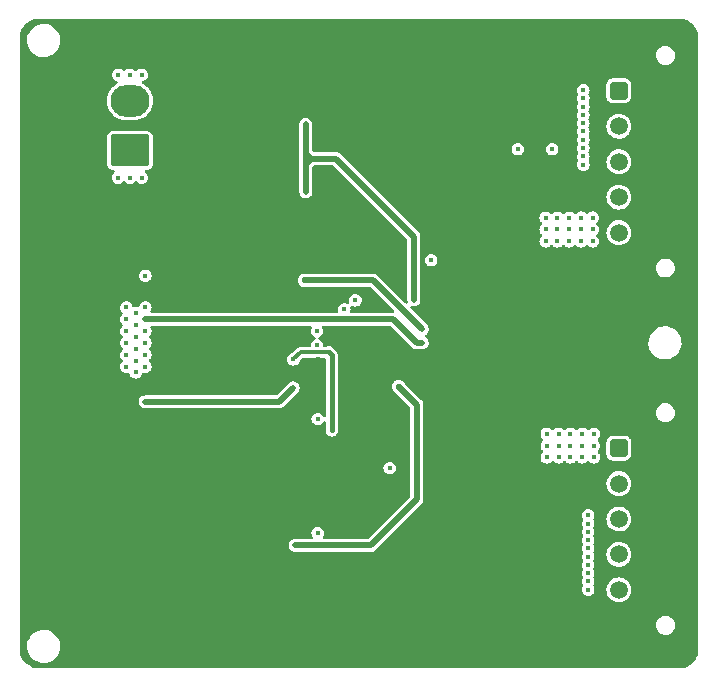
<source format=gbr>
G04 #@! TF.GenerationSoftware,KiCad,Pcbnew,(6.0.4)*
G04 #@! TF.CreationDate,2022-07-06T17:34:36+08:00*
G04 #@! TF.ProjectId,LTC3892_EVB,4c544333-3839-4325-9f45-56422e6b6963,rev?*
G04 #@! TF.SameCoordinates,Original*
G04 #@! TF.FileFunction,Copper,L3,Inr*
G04 #@! TF.FilePolarity,Positive*
%FSLAX46Y46*%
G04 Gerber Fmt 4.6, Leading zero omitted, Abs format (unit mm)*
G04 Created by KiCad (PCBNEW (6.0.4)) date 2022-07-06 17:34:36*
%MOMM*%
%LPD*%
G01*
G04 APERTURE LIST*
G04 Aperture macros list*
%AMRoundRect*
0 Rectangle with rounded corners*
0 $1 Rounding radius*
0 $2 $3 $4 $5 $6 $7 $8 $9 X,Y pos of 4 corners*
0 Add a 4 corners polygon primitive as box body*
4,1,4,$2,$3,$4,$5,$6,$7,$8,$9,$2,$3,0*
0 Add four circle primitives for the rounded corners*
1,1,$1+$1,$2,$3*
1,1,$1+$1,$4,$5*
1,1,$1+$1,$6,$7*
1,1,$1+$1,$8,$9*
0 Add four rect primitives between the rounded corners*
20,1,$1+$1,$2,$3,$4,$5,0*
20,1,$1+$1,$4,$5,$6,$7,0*
20,1,$1+$1,$6,$7,$8,$9,0*
20,1,$1+$1,$8,$9,$2,$3,0*%
G04 Aperture macros list end*
G04 #@! TA.AperFunction,ComponentPad*
%ADD10RoundRect,0.250000X-0.500000X0.500000X-0.500000X-0.500000X0.500000X-0.500000X0.500000X0.500000X0*%
G04 #@! TD*
G04 #@! TA.AperFunction,ComponentPad*
%ADD11C,1.500000*%
G04 #@! TD*
G04 #@! TA.AperFunction,ComponentPad*
%ADD12RoundRect,0.250001X1.399999X-1.099999X1.399999X1.099999X-1.399999X1.099999X-1.399999X-1.099999X0*%
G04 #@! TD*
G04 #@! TA.AperFunction,ComponentPad*
%ADD13O,3.300000X2.700000*%
G04 #@! TD*
G04 #@! TA.AperFunction,ViaPad*
%ADD14C,0.500000*%
G04 #@! TD*
G04 #@! TA.AperFunction,ViaPad*
%ADD15C,0.450000*%
G04 #@! TD*
G04 #@! TA.AperFunction,ViaPad*
%ADD16C,0.550000*%
G04 #@! TD*
G04 #@! TA.AperFunction,Conductor*
%ADD17C,0.500000*%
G04 #@! TD*
G04 #@! TA.AperFunction,Conductor*
%ADD18C,0.400000*%
G04 #@! TD*
G04 #@! TA.AperFunction,Conductor*
%ADD19C,0.300000*%
G04 #@! TD*
G04 APERTURE END LIST*
D10*
G04 #@! TO.N,Vout1(12V)*
G04 #@! TO.C,J1*
X163500000Y-65860000D03*
D11*
X163500000Y-68860000D03*
X163500000Y-71860000D03*
X163500000Y-74860000D03*
X163500000Y-77860000D03*
G04 #@! TO.N,GND*
X166500000Y-65860000D03*
X166500000Y-68860000D03*
X166500000Y-71860000D03*
X166500000Y-74860000D03*
X166500000Y-77860000D03*
G04 #@! TD*
D10*
G04 #@! TO.N,Vout2(-12V)*
G04 #@! TO.C,J2*
X163500000Y-96110000D03*
D11*
X163500000Y-99110000D03*
X163500000Y-102110000D03*
X163500000Y-105110000D03*
X163500000Y-108110000D03*
G04 #@! TO.N,GND*
X166500000Y-96110000D03*
X166500000Y-99110000D03*
X166500000Y-102110000D03*
X166500000Y-105110000D03*
X166500000Y-108110000D03*
G04 #@! TD*
D12*
G04 #@! TO.N,VIN*
G04 #@! TO.C,J3*
X122100000Y-70900000D03*
D13*
X122100000Y-66700000D03*
G04 #@! TO.N,GND*
X116600000Y-70900000D03*
X116600000Y-66700000D03*
G04 #@! TD*
D14*
G04 #@! TO.N,GND*
X142400000Y-86160000D03*
X143200000Y-86160000D03*
X144000000Y-86160000D03*
X141600000Y-86960000D03*
X142400000Y-86960000D03*
X143200000Y-86960000D03*
X144000000Y-86960000D03*
X141600000Y-87760000D03*
X142400000Y-87760000D03*
X143200000Y-87760000D03*
X144000000Y-87760000D03*
X141600000Y-88560000D03*
X142400000Y-88560000D03*
X143200000Y-88560000D03*
X144000000Y-88560000D03*
D15*
X169400000Y-61800000D03*
X167400000Y-60700000D03*
X169400000Y-60700000D03*
X168400000Y-60700000D03*
X165400000Y-60700000D03*
X166400000Y-60700000D03*
X165400000Y-113800000D03*
X166400000Y-113800000D03*
X169400000Y-113800000D03*
X167400000Y-113800000D03*
X168400000Y-113800000D03*
X117400000Y-60700000D03*
X118400000Y-60700000D03*
X119400000Y-60700000D03*
X120400000Y-60700000D03*
X121400000Y-60700000D03*
X122400000Y-60700000D03*
X123400000Y-60700000D03*
X124400000Y-60700000D03*
X125400000Y-60700000D03*
X126400000Y-60700000D03*
X127400000Y-60700000D03*
X128400000Y-60700000D03*
X129400000Y-60700000D03*
X130400000Y-60700000D03*
X131400000Y-60700000D03*
X132400000Y-60700000D03*
X133400000Y-60700000D03*
X134400000Y-60700000D03*
X135400000Y-60700000D03*
X136400000Y-60700000D03*
X137400000Y-60700000D03*
X138400000Y-60700000D03*
X139400000Y-60700000D03*
X140400000Y-60700000D03*
X141400000Y-60700000D03*
X142400000Y-60700000D03*
X143400000Y-60700000D03*
X144400000Y-60700000D03*
X145400000Y-60700000D03*
X146400000Y-60700000D03*
X147400000Y-60700000D03*
X148400000Y-60700000D03*
X149400000Y-60700000D03*
X150400000Y-60700000D03*
X151400000Y-60700000D03*
X152400000Y-60700000D03*
X153400000Y-60700000D03*
X154400000Y-60700000D03*
X155400000Y-60700000D03*
X156400000Y-60700000D03*
X157400000Y-60700000D03*
X158400000Y-60700000D03*
X159400000Y-60700000D03*
X160400000Y-60700000D03*
X161400000Y-60700000D03*
X162400000Y-60700000D03*
X163400000Y-60700000D03*
X164400000Y-60700000D03*
X142400000Y-113800000D03*
X128400000Y-113800000D03*
X144400000Y-113800000D03*
X136400000Y-113800000D03*
X134400000Y-113800000D03*
X152400000Y-113800000D03*
X119400000Y-113800000D03*
X129400000Y-113800000D03*
X124400000Y-113800000D03*
X123400000Y-113800000D03*
X118400000Y-113800000D03*
X125400000Y-113800000D03*
X117400000Y-113800000D03*
X137400000Y-113800000D03*
X138400000Y-113800000D03*
X121400000Y-113800000D03*
X141400000Y-113800000D03*
X143400000Y-113800000D03*
X146400000Y-113800000D03*
X149400000Y-113800000D03*
X120400000Y-113800000D03*
X150400000Y-113800000D03*
X151400000Y-113800000D03*
X154400000Y-113800000D03*
X155400000Y-113800000D03*
X147400000Y-113800000D03*
X158400000Y-113800000D03*
X139400000Y-113800000D03*
X159400000Y-113800000D03*
X132400000Y-113800000D03*
X160400000Y-113800000D03*
X161400000Y-113800000D03*
X145400000Y-113800000D03*
X133400000Y-113800000D03*
X130400000Y-113800000D03*
X148400000Y-113800000D03*
X153400000Y-113800000D03*
X122400000Y-113800000D03*
X126400000Y-113800000D03*
X156400000Y-113800000D03*
X157400000Y-113800000D03*
X127400000Y-113800000D03*
X135400000Y-113800000D03*
X131400000Y-113800000D03*
X140400000Y-113800000D03*
X163400000Y-113800000D03*
X164400000Y-113800000D03*
X162400000Y-113800000D03*
X169400000Y-83900000D03*
X169400000Y-72900000D03*
X169400000Y-101900000D03*
X169400000Y-96900000D03*
X169400000Y-86900000D03*
X169400000Y-100900000D03*
X169400000Y-69900000D03*
X169400000Y-91900000D03*
X169400000Y-105900000D03*
X169400000Y-73900000D03*
X169400001Y-107900000D03*
X169400000Y-95900000D03*
X169400001Y-84900000D03*
X169400001Y-103900000D03*
X169400000Y-104900000D03*
X169400000Y-74900000D03*
X169400000Y-108900000D03*
X169400000Y-81900000D03*
X169400000Y-68900000D03*
X169400000Y-88900000D03*
X169400001Y-75900000D03*
X169400000Y-97900000D03*
X169400000Y-76900000D03*
X169400000Y-90900000D03*
X169400000Y-99900000D03*
X169400000Y-67900000D03*
X169400001Y-98900000D03*
X169400000Y-63900000D03*
X169400000Y-106900000D03*
X169400001Y-66900000D03*
X169400001Y-70900000D03*
X169400001Y-93900000D03*
X169400001Y-102900000D03*
X169400001Y-94900000D03*
X169400000Y-65900000D03*
X169400001Y-71900000D03*
X169400000Y-79900000D03*
X169400000Y-85900000D03*
X169400000Y-92900000D03*
X169400001Y-80900000D03*
X169400000Y-64900000D03*
X169400000Y-77900000D03*
X169400001Y-89900000D03*
X169400001Y-112900000D03*
X169400000Y-87900000D03*
X169400000Y-111900000D03*
X169400000Y-78900000D03*
X169400000Y-110900000D03*
X169400001Y-62900000D03*
X169400000Y-109900000D03*
X169400000Y-82900000D03*
D14*
X141600000Y-86160000D03*
D15*
X133750000Y-87500000D03*
X138000000Y-88600000D03*
X140600000Y-89930000D03*
X140100000Y-94350000D03*
X133750000Y-86850000D03*
X133750000Y-88150000D03*
X133750000Y-86200000D03*
G04 #@! TO.N,VIN*
X123400000Y-84200000D03*
X123400000Y-85200000D03*
X123400000Y-86200000D03*
X123400000Y-87200000D03*
X123400000Y-88200000D03*
X123400000Y-89200000D03*
X121800000Y-86200000D03*
X121800000Y-87200000D03*
X122600000Y-88700000D03*
X121800000Y-89200000D03*
X121800000Y-84200000D03*
X121800000Y-85200000D03*
X122600000Y-89700000D03*
X122600000Y-84700000D03*
X122600000Y-86700000D03*
X122600000Y-87700000D03*
X122600000Y-85700000D03*
X121800000Y-88200000D03*
X123100000Y-73199999D03*
X121100000Y-73200000D03*
X122100000Y-73200000D03*
X121100000Y-64500000D03*
X123100000Y-64499999D03*
X122100000Y-64500000D03*
X123400000Y-81500000D03*
X146849982Y-87199990D03*
X135910016Y-91010014D03*
X123400000Y-92200000D03*
G04 #@! TO.N,INTVcc*
X135950000Y-88600000D03*
X138950000Y-88000000D03*
X139200000Y-94600000D03*
G04 #@! TO.N,Vout2(-12V)*
X160400000Y-96900000D03*
X157400000Y-96900000D03*
X161400000Y-96900000D03*
X158400000Y-96900000D03*
X159400000Y-96900000D03*
X158400000Y-94900000D03*
X159400000Y-95900000D03*
X158400000Y-95900000D03*
X161400000Y-94900000D03*
X159400000Y-94900000D03*
X157400000Y-95900000D03*
X157400000Y-94900000D03*
X160400000Y-95900000D03*
X161400000Y-95900000D03*
X160400000Y-94900000D03*
X160900000Y-105300000D03*
X160900000Y-106700000D03*
X160900000Y-101800000D03*
X160900000Y-108100000D03*
X160900000Y-103200000D03*
X160900000Y-107400000D03*
X160900000Y-106000000D03*
X160900000Y-104600000D03*
X160900000Y-103900000D03*
X160900000Y-102500000D03*
X144099998Y-97800001D03*
G04 #@! TO.N,Net-(C23-Pad1)*
X147600000Y-80200000D03*
G04 #@! TO.N,Vout1(12V)*
X160500000Y-65800000D03*
X160500000Y-68600000D03*
X160500000Y-67900000D03*
X160500000Y-67200000D03*
X160500000Y-66500000D03*
X160500000Y-69300000D03*
X160500000Y-70000000D03*
X160500000Y-71400000D03*
X160500000Y-70700000D03*
X160500000Y-72100000D03*
X158300000Y-76600000D03*
X159300000Y-76600000D03*
X160300000Y-76600000D03*
X161300000Y-76600000D03*
X157300000Y-77600000D03*
X158300000Y-77600000D03*
X159300000Y-77600000D03*
X160300000Y-77600000D03*
X161300000Y-77600000D03*
X157300000Y-78600000D03*
X158300000Y-78600000D03*
X159300000Y-78600000D03*
X160300000Y-78600000D03*
X161300000Y-78600000D03*
X157300000Y-76600000D03*
X157850000Y-70800000D03*
X140250000Y-84350000D03*
G04 #@! TO.N,Net-(C25-Pad1)*
X154950000Y-70800000D03*
X141200000Y-83600000D03*
G04 #@! TO.N,Net-(D1-Pad2)*
X137940000Y-86200000D03*
G04 #@! TO.N,Net-(D2-Pad2)*
X137940000Y-87410000D03*
G04 #@! TO.N,Net-(Q1-Pad4)*
X136100000Y-104350000D03*
D16*
X144850000Y-90900000D03*
D15*
G04 #@! TO.N,Net-(Q1-Pad1)*
X138000000Y-93650000D03*
X138000000Y-103300000D03*
G04 #@! TO.N,Net-(Q2-Pad4)*
X146850000Y-86050000D03*
D16*
X136900000Y-81900000D03*
D15*
G04 #@! TO.N,Net-(Q3-Pad4)*
X137000000Y-68700000D03*
X137000000Y-74400000D03*
X146150001Y-83550005D03*
G04 #@! TD*
D17*
G04 #@! TO.N,VIN*
X123400000Y-92200000D02*
X134720030Y-92200000D01*
X146399990Y-87199990D02*
X146849982Y-87199990D01*
X144400000Y-85200000D02*
X146399990Y-87199990D01*
X123400000Y-85200000D02*
X144400000Y-85200000D01*
X134720030Y-92200000D02*
X135910016Y-91010014D01*
D18*
G04 #@! TO.N,INTVcc*
X139200000Y-88250000D02*
X139200000Y-94600000D01*
D19*
X136550000Y-88000000D02*
X135950000Y-88600000D01*
D18*
X138950000Y-88000000D02*
X139200000Y-88250000D01*
D19*
X138950000Y-88000000D02*
X136550000Y-88000000D01*
D17*
G04 #@! TO.N,Net-(Q1-Pad4)*
X136100000Y-104350000D02*
X142500000Y-104350000D01*
X146400000Y-92450000D02*
X144850000Y-90900000D01*
X146400000Y-100450000D02*
X146400000Y-92450000D01*
X142500000Y-104350000D02*
X146400000Y-100450000D01*
G04 #@! TO.N,Net-(Q2-Pad4)*
X142700000Y-81900000D02*
X146850000Y-86050000D01*
X136900000Y-81900000D02*
X142700000Y-81900000D01*
G04 #@! TO.N,Net-(Q3-Pad4)*
X137450000Y-71600000D02*
X137000000Y-72050000D01*
X137000000Y-71600000D02*
X137000000Y-74400000D01*
X137550000Y-71600000D02*
X139550000Y-71600000D01*
X137000000Y-71600000D02*
X137550000Y-71600000D01*
X137450000Y-71600000D02*
X137000000Y-71150000D01*
X137000000Y-68700000D02*
X137000000Y-71150000D01*
X137550000Y-71600000D02*
X137450000Y-71600000D01*
X137000000Y-71150000D02*
X137000000Y-71600000D01*
X139550000Y-71600000D02*
X146150001Y-78200001D01*
X146150001Y-78200001D02*
X146150001Y-83550005D01*
G04 #@! TD*
G04 #@! TA.AperFunction,Conductor*
G04 #@! TO.N,GND*
G36*
X169129914Y-59810924D02*
G01*
X169215319Y-59849361D01*
X169228579Y-59856320D01*
X169443039Y-59985967D01*
X169455362Y-59994473D01*
X169652636Y-60149027D01*
X169663844Y-60158957D01*
X169841043Y-60336156D01*
X169850973Y-60347364D01*
X170005527Y-60544638D01*
X170014033Y-60556961D01*
X170143680Y-60771421D01*
X170150639Y-60784681D01*
X170189076Y-60870086D01*
X170200000Y-60920976D01*
X170200000Y-113579024D01*
X170189076Y-113629914D01*
X170150639Y-113715319D01*
X170143680Y-113728579D01*
X170014033Y-113943039D01*
X170005527Y-113955362D01*
X169850973Y-114152636D01*
X169841043Y-114163844D01*
X169663844Y-114341043D01*
X169652636Y-114350973D01*
X169455362Y-114505527D01*
X169443039Y-114514033D01*
X169228579Y-114643680D01*
X169215319Y-114650639D01*
X169129914Y-114689076D01*
X169079024Y-114700000D01*
X113920976Y-114700000D01*
X113870086Y-114689076D01*
X113784681Y-114650639D01*
X113771421Y-114643680D01*
X113556961Y-114514033D01*
X113544638Y-114505527D01*
X113347364Y-114350973D01*
X113336156Y-114341043D01*
X113158957Y-114163844D01*
X113149027Y-114152636D01*
X112994473Y-113955362D01*
X112985967Y-113943039D01*
X112856320Y-113728579D01*
X112849361Y-113715319D01*
X112810924Y-113629914D01*
X112800000Y-113579024D01*
X112800000Y-112833789D01*
X113395996Y-112833789D01*
X113404913Y-113071295D01*
X113405990Y-113076430D01*
X113405991Y-113076435D01*
X113437452Y-113226375D01*
X113453719Y-113303904D01*
X113541020Y-113524963D01*
X113543741Y-113529447D01*
X113543743Y-113529451D01*
X113611233Y-113640670D01*
X113664319Y-113728153D01*
X113820090Y-113907664D01*
X114003880Y-114058362D01*
X114008441Y-114060958D01*
X114008442Y-114060959D01*
X114205875Y-114173345D01*
X114205880Y-114173347D01*
X114210433Y-114175939D01*
X114433844Y-114257034D01*
X114667725Y-114299326D01*
X114692619Y-114300500D01*
X114859680Y-114300500D01*
X114862296Y-114300278D01*
X114862297Y-114300278D01*
X115031590Y-114285913D01*
X115036823Y-114285469D01*
X115266874Y-114225760D01*
X115483576Y-114128143D01*
X115680732Y-113995409D01*
X115852705Y-113831355D01*
X115994579Y-113640670D01*
X116025921Y-113579024D01*
X116099913Y-113433493D01*
X116099915Y-113433488D01*
X116102295Y-113428807D01*
X116172775Y-113201824D01*
X116204004Y-112966211D01*
X116195087Y-112728705D01*
X116189065Y-112700000D01*
X116147361Y-112501242D01*
X116147360Y-112501239D01*
X116146281Y-112496096D01*
X116058980Y-112275037D01*
X115991607Y-112164009D01*
X115938408Y-112076341D01*
X115935681Y-112071847D01*
X115795336Y-111910113D01*
X115783356Y-111896307D01*
X115783355Y-111896306D01*
X115779910Y-111892336D01*
X115596120Y-111741638D01*
X115478687Y-111674791D01*
X115394125Y-111626655D01*
X115394120Y-111626653D01*
X115389567Y-111624061D01*
X115166156Y-111542966D01*
X114932275Y-111500674D01*
X114907381Y-111499500D01*
X114740320Y-111499500D01*
X114737704Y-111499722D01*
X114737703Y-111499722D01*
X114726484Y-111500674D01*
X114563177Y-111514531D01*
X114333126Y-111574240D01*
X114116424Y-111671857D01*
X113919268Y-111804591D01*
X113747295Y-111968645D01*
X113605421Y-112159330D01*
X113603042Y-112164008D01*
X113603042Y-112164009D01*
X113548875Y-112270549D01*
X113497705Y-112371193D01*
X113427225Y-112598176D01*
X113426534Y-112603386D01*
X113426534Y-112603388D01*
X113417214Y-112673708D01*
X113395996Y-112833789D01*
X112800000Y-112833789D01*
X112800000Y-111104376D01*
X166634455Y-111104376D01*
X166635179Y-111111265D01*
X166635179Y-111111268D01*
X166652502Y-111276087D01*
X166653227Y-111282983D01*
X166711103Y-111452993D01*
X166805206Y-111605955D01*
X166930859Y-111734268D01*
X167081817Y-111831554D01*
X167149994Y-111856368D01*
X167244063Y-111890607D01*
X167244065Y-111890608D01*
X167250578Y-111892978D01*
X167308253Y-111900264D01*
X167385417Y-111910012D01*
X167385423Y-111910012D01*
X167389283Y-111910500D01*
X167485155Y-111910500D01*
X167488602Y-111910113D01*
X167488608Y-111910113D01*
X167611581Y-111896319D01*
X167618472Y-111895546D01*
X167788073Y-111836485D01*
X167940375Y-111741316D01*
X168058451Y-111624061D01*
X168062890Y-111619653D01*
X168062891Y-111619652D01*
X168067807Y-111614770D01*
X168164037Y-111463136D01*
X168169984Y-111446436D01*
X168221957Y-111300479D01*
X168221958Y-111300475D01*
X168224281Y-111293951D01*
X168245545Y-111115624D01*
X168243640Y-111097494D01*
X168227498Y-110943913D01*
X168227498Y-110943911D01*
X168226773Y-110937017D01*
X168168897Y-110767007D01*
X168074794Y-110614045D01*
X167949141Y-110485732D01*
X167798183Y-110388446D01*
X167730006Y-110363632D01*
X167635937Y-110329393D01*
X167635935Y-110329392D01*
X167629422Y-110327022D01*
X167571747Y-110319736D01*
X167494583Y-110309988D01*
X167494577Y-110309988D01*
X167490717Y-110309500D01*
X167394845Y-110309500D01*
X167391398Y-110309887D01*
X167391392Y-110309887D01*
X167268419Y-110323681D01*
X167261528Y-110324454D01*
X167091927Y-110383515D01*
X166939625Y-110478684D01*
X166812193Y-110605230D01*
X166715963Y-110756864D01*
X166713636Y-110763399D01*
X166658043Y-110919521D01*
X166658042Y-110919525D01*
X166655719Y-110926049D01*
X166634455Y-111104376D01*
X112800000Y-111104376D01*
X112800000Y-108100000D01*
X160369965Y-108100000D01*
X160388026Y-108237183D01*
X160391137Y-108244694D01*
X160391138Y-108244697D01*
X160426046Y-108328973D01*
X160440976Y-108365017D01*
X160525209Y-108474791D01*
X160634982Y-108559024D01*
X160642490Y-108562134D01*
X160642492Y-108562135D01*
X160678980Y-108577248D01*
X160762817Y-108611974D01*
X160900000Y-108630035D01*
X161037183Y-108611974D01*
X161121020Y-108577248D01*
X161157508Y-108562135D01*
X161157510Y-108562134D01*
X161165018Y-108559024D01*
X161274791Y-108474791D01*
X161359024Y-108365017D01*
X161373954Y-108328973D01*
X161408862Y-108244697D01*
X161408863Y-108244694D01*
X161411974Y-108237183D01*
X161430035Y-108100000D01*
X161429411Y-108095262D01*
X162444520Y-108095262D01*
X162461759Y-108300553D01*
X162518544Y-108498586D01*
X162612712Y-108681818D01*
X162616480Y-108686572D01*
X162645402Y-108723062D01*
X162740677Y-108843270D01*
X162745296Y-108847201D01*
X162892950Y-108972865D01*
X162892955Y-108972869D01*
X162897564Y-108976791D01*
X163077398Y-109077297D01*
X163273329Y-109140959D01*
X163279347Y-109141677D01*
X163279349Y-109141677D01*
X163421410Y-109158616D01*
X163477894Y-109165351D01*
X163483938Y-109164886D01*
X163483939Y-109164886D01*
X163545266Y-109160167D01*
X163683300Y-109149546D01*
X163768596Y-109125731D01*
X163875885Y-109095776D01*
X163875889Y-109095774D01*
X163881725Y-109094145D01*
X164065610Y-109001258D01*
X164227951Y-108874424D01*
X164231907Y-108869840D01*
X164231911Y-108869837D01*
X164358602Y-108723062D01*
X164362564Y-108718472D01*
X164383387Y-108681818D01*
X164461327Y-108544618D01*
X164464323Y-108539344D01*
X164529351Y-108343863D01*
X164534823Y-108300553D01*
X164554736Y-108142919D01*
X164554736Y-108142915D01*
X164555171Y-108139474D01*
X164555583Y-108110000D01*
X164553547Y-108089232D01*
X164536072Y-107911006D01*
X164536072Y-107911004D01*
X164535480Y-107904970D01*
X164475935Y-107707749D01*
X164389240Y-107544697D01*
X164382065Y-107531203D01*
X164382064Y-107531201D01*
X164379218Y-107525849D01*
X164249011Y-107366200D01*
X164090275Y-107234882D01*
X163999665Y-107185889D01*
X163914393Y-107139783D01*
X163914391Y-107139782D01*
X163909055Y-107136897D01*
X163899991Y-107134091D01*
X163718046Y-107077770D01*
X163718047Y-107077770D01*
X163712254Y-107075977D01*
X163507369Y-107054443D01*
X163501336Y-107054992D01*
X163501332Y-107054992D01*
X163375721Y-107066424D01*
X163302203Y-107073114D01*
X163296390Y-107074825D01*
X163296389Y-107074825D01*
X163110392Y-107129567D01*
X163104572Y-107131280D01*
X163083122Y-107142494D01*
X162927374Y-107223917D01*
X162927370Y-107223920D01*
X162922002Y-107226726D01*
X162917279Y-107230523D01*
X162917278Y-107230524D01*
X162877114Y-107262817D01*
X162761447Y-107355815D01*
X162629024Y-107513630D01*
X162529776Y-107694162D01*
X162467484Y-107890532D01*
X162444520Y-108095262D01*
X161429411Y-108095262D01*
X161411974Y-107962817D01*
X161390514Y-107911006D01*
X161362135Y-107842494D01*
X161359024Y-107834983D01*
X161354075Y-107828533D01*
X161354073Y-107828530D01*
X161351740Y-107825489D01*
X161350568Y-107822458D01*
X161350011Y-107821493D01*
X161350161Y-107821406D01*
X161326543Y-107760321D01*
X161340580Y-107691876D01*
X161351740Y-107674511D01*
X161354073Y-107671470D01*
X161354075Y-107671467D01*
X161359024Y-107665017D01*
X161411974Y-107537183D01*
X161430035Y-107400000D01*
X161411974Y-107262817D01*
X161359024Y-107134983D01*
X161354075Y-107128533D01*
X161354073Y-107128530D01*
X161351740Y-107125489D01*
X161350568Y-107122458D01*
X161350011Y-107121493D01*
X161350161Y-107121406D01*
X161326543Y-107060321D01*
X161340580Y-106991876D01*
X161351740Y-106974511D01*
X161354073Y-106971470D01*
X161354075Y-106971467D01*
X161359024Y-106965017D01*
X161411974Y-106837183D01*
X161430035Y-106700000D01*
X161411974Y-106562817D01*
X161359024Y-106434983D01*
X161354075Y-106428533D01*
X161354073Y-106428530D01*
X161351740Y-106425489D01*
X161350568Y-106422458D01*
X161350011Y-106421493D01*
X161350161Y-106421406D01*
X161326543Y-106360321D01*
X161340580Y-106291876D01*
X161351740Y-106274511D01*
X161354073Y-106271470D01*
X161354075Y-106271467D01*
X161359024Y-106265017D01*
X161411974Y-106137183D01*
X161430035Y-106000000D01*
X161411974Y-105862817D01*
X161403878Y-105843270D01*
X161362135Y-105742494D01*
X161359024Y-105734983D01*
X161354075Y-105728533D01*
X161354073Y-105728530D01*
X161351740Y-105725489D01*
X161350568Y-105722458D01*
X161350011Y-105721493D01*
X161350161Y-105721406D01*
X161326543Y-105660321D01*
X161340580Y-105591876D01*
X161351740Y-105574511D01*
X161354073Y-105571470D01*
X161354075Y-105571467D01*
X161359024Y-105565017D01*
X161411974Y-105437183D01*
X161430035Y-105300000D01*
X161411974Y-105162817D01*
X161400869Y-105136005D01*
X161383992Y-105095262D01*
X162444520Y-105095262D01*
X162461759Y-105300553D01*
X162518544Y-105498586D01*
X162612712Y-105681818D01*
X162616480Y-105686572D01*
X162645402Y-105723062D01*
X162740677Y-105843270D01*
X162745296Y-105847201D01*
X162892950Y-105972865D01*
X162892955Y-105972869D01*
X162897564Y-105976791D01*
X163077398Y-106077297D01*
X163222785Y-106124536D01*
X163261708Y-106137183D01*
X163273329Y-106140959D01*
X163279347Y-106141677D01*
X163279349Y-106141677D01*
X163421410Y-106158616D01*
X163477894Y-106165351D01*
X163483938Y-106164886D01*
X163483939Y-106164886D01*
X163545266Y-106160167D01*
X163683300Y-106149546D01*
X163768596Y-106125731D01*
X163875885Y-106095776D01*
X163875889Y-106095774D01*
X163881725Y-106094145D01*
X164065610Y-106001258D01*
X164227951Y-105874424D01*
X164231907Y-105869840D01*
X164231911Y-105869837D01*
X164358602Y-105723062D01*
X164362564Y-105718472D01*
X164368443Y-105708124D01*
X164461327Y-105544618D01*
X164464323Y-105539344D01*
X164529351Y-105343863D01*
X164534823Y-105300553D01*
X164554736Y-105142919D01*
X164554736Y-105142915D01*
X164555171Y-105139474D01*
X164555583Y-105110000D01*
X164546905Y-105021493D01*
X164536072Y-104911006D01*
X164536072Y-104911004D01*
X164535480Y-104904970D01*
X164517357Y-104844943D01*
X164477688Y-104713555D01*
X164475935Y-104707749D01*
X164414359Y-104591941D01*
X164382065Y-104531203D01*
X164382064Y-104531201D01*
X164379218Y-104525849D01*
X164249011Y-104366200D01*
X164231864Y-104352015D01*
X164094946Y-104238746D01*
X164094945Y-104238745D01*
X164090275Y-104234882D01*
X163909055Y-104136897D01*
X163899991Y-104134091D01*
X163718046Y-104077770D01*
X163718047Y-104077770D01*
X163712254Y-104075977D01*
X163507369Y-104054443D01*
X163501336Y-104054992D01*
X163501332Y-104054992D01*
X163375721Y-104066424D01*
X163302203Y-104073114D01*
X163296390Y-104074825D01*
X163296389Y-104074825D01*
X163110392Y-104129567D01*
X163104572Y-104131280D01*
X163054407Y-104157506D01*
X162927374Y-104223917D01*
X162927370Y-104223920D01*
X162922002Y-104226726D01*
X162917279Y-104230523D01*
X162917278Y-104230524D01*
X162905892Y-104239679D01*
X162761447Y-104355815D01*
X162629024Y-104513630D01*
X162529776Y-104694162D01*
X162527942Y-104699944D01*
X162527941Y-104699946D01*
X162471271Y-104878594D01*
X162467484Y-104890532D01*
X162444520Y-105095262D01*
X161383992Y-105095262D01*
X161362135Y-105042494D01*
X161359024Y-105034983D01*
X161354075Y-105028533D01*
X161354073Y-105028530D01*
X161351740Y-105025489D01*
X161350568Y-105022458D01*
X161350011Y-105021493D01*
X161350161Y-105021406D01*
X161326543Y-104960321D01*
X161340580Y-104891876D01*
X161351740Y-104874511D01*
X161354073Y-104871470D01*
X161354075Y-104871467D01*
X161359024Y-104865017D01*
X161395003Y-104778156D01*
X161408862Y-104744697D01*
X161408863Y-104744694D01*
X161411974Y-104737183D01*
X161430035Y-104600000D01*
X161411974Y-104462817D01*
X161359024Y-104334983D01*
X161354075Y-104328533D01*
X161354073Y-104328530D01*
X161351740Y-104325489D01*
X161350568Y-104322458D01*
X161350011Y-104321493D01*
X161350161Y-104321406D01*
X161326543Y-104260321D01*
X161340580Y-104191876D01*
X161351740Y-104174511D01*
X161354073Y-104171470D01*
X161354075Y-104171467D01*
X161359024Y-104165017D01*
X161391892Y-104085666D01*
X161408862Y-104044697D01*
X161408863Y-104044694D01*
X161411974Y-104037183D01*
X161430035Y-103900000D01*
X161411974Y-103762817D01*
X161359024Y-103634983D01*
X161354075Y-103628533D01*
X161354073Y-103628530D01*
X161351740Y-103625489D01*
X161350568Y-103622458D01*
X161350011Y-103621493D01*
X161350161Y-103621406D01*
X161326543Y-103560321D01*
X161340580Y-103491876D01*
X161351740Y-103474511D01*
X161354073Y-103471470D01*
X161354075Y-103471467D01*
X161359024Y-103465017D01*
X161411974Y-103337183D01*
X161430035Y-103200000D01*
X161411974Y-103062817D01*
X161397775Y-103028536D01*
X161362135Y-102942494D01*
X161359024Y-102934983D01*
X161354075Y-102928533D01*
X161354073Y-102928530D01*
X161351740Y-102925489D01*
X161350568Y-102922458D01*
X161350011Y-102921493D01*
X161350161Y-102921406D01*
X161326543Y-102860321D01*
X161340580Y-102791876D01*
X161351740Y-102774511D01*
X161354073Y-102771470D01*
X161354075Y-102771467D01*
X161359024Y-102765017D01*
X161411974Y-102637183D01*
X161430035Y-102500000D01*
X161411974Y-102362817D01*
X161401633Y-102337850D01*
X161362135Y-102242494D01*
X161359024Y-102234983D01*
X161354075Y-102228533D01*
X161354073Y-102228530D01*
X161351740Y-102225489D01*
X161350568Y-102222458D01*
X161350011Y-102221493D01*
X161350161Y-102221406D01*
X161326543Y-102160321D01*
X161339886Y-102095262D01*
X162444520Y-102095262D01*
X162461759Y-102300553D01*
X162518544Y-102498586D01*
X162612712Y-102681818D01*
X162616480Y-102686572D01*
X162699359Y-102791139D01*
X162740677Y-102843270D01*
X162745296Y-102847201D01*
X162892950Y-102972865D01*
X162892955Y-102972869D01*
X162897564Y-102976791D01*
X163077398Y-103077297D01*
X163273329Y-103140959D01*
X163279347Y-103141677D01*
X163279349Y-103141677D01*
X163393626Y-103155303D01*
X163477894Y-103165351D01*
X163483938Y-103164886D01*
X163483939Y-103164886D01*
X163545266Y-103160167D01*
X163683300Y-103149546D01*
X163768596Y-103125731D01*
X163875885Y-103095776D01*
X163875889Y-103095774D01*
X163881725Y-103094145D01*
X164065610Y-103001258D01*
X164227951Y-102874424D01*
X164231907Y-102869840D01*
X164231911Y-102869837D01*
X164358602Y-102723062D01*
X164362564Y-102718472D01*
X164383387Y-102681818D01*
X164461327Y-102544618D01*
X164464323Y-102539344D01*
X164523046Y-102362817D01*
X164527439Y-102349611D01*
X164527439Y-102349610D01*
X164529351Y-102343863D01*
X164534823Y-102300553D01*
X164554736Y-102142919D01*
X164554736Y-102142915D01*
X164555171Y-102139474D01*
X164555583Y-102110000D01*
X164551805Y-102071470D01*
X164536072Y-101911006D01*
X164536072Y-101911004D01*
X164535480Y-101904970D01*
X164475935Y-101707749D01*
X164379218Y-101525849D01*
X164249011Y-101366200D01*
X164224503Y-101345925D01*
X164094946Y-101238746D01*
X164094945Y-101238745D01*
X164090275Y-101234882D01*
X163909055Y-101136897D01*
X163899991Y-101134091D01*
X163718046Y-101077770D01*
X163718047Y-101077770D01*
X163712254Y-101075977D01*
X163507369Y-101054443D01*
X163501336Y-101054992D01*
X163501332Y-101054992D01*
X163375721Y-101066424D01*
X163302203Y-101073114D01*
X163296390Y-101074825D01*
X163296389Y-101074825D01*
X163292475Y-101075977D01*
X163104572Y-101131280D01*
X163020819Y-101175065D01*
X162927374Y-101223917D01*
X162927370Y-101223920D01*
X162922002Y-101226726D01*
X162917279Y-101230523D01*
X162917278Y-101230524D01*
X162773748Y-101345925D01*
X162761447Y-101355815D01*
X162629024Y-101513630D01*
X162529776Y-101694162D01*
X162467484Y-101890532D01*
X162463156Y-101929120D01*
X162446390Y-102078594D01*
X162444520Y-102095262D01*
X161339886Y-102095262D01*
X161340580Y-102091876D01*
X161351740Y-102074511D01*
X161354073Y-102071470D01*
X161354075Y-102071467D01*
X161359024Y-102065017D01*
X161411974Y-101937183D01*
X161430035Y-101800000D01*
X161411974Y-101662817D01*
X161359024Y-101534983D01*
X161274791Y-101425209D01*
X161165018Y-101340976D01*
X161157510Y-101337866D01*
X161157508Y-101337865D01*
X161121020Y-101322752D01*
X161037183Y-101288026D01*
X160900000Y-101269965D01*
X160762817Y-101288026D01*
X160755306Y-101291137D01*
X160755303Y-101291138D01*
X160755301Y-101291139D01*
X160634983Y-101340976D01*
X160525209Y-101425209D01*
X160440976Y-101534983D01*
X160388026Y-101662817D01*
X160369965Y-101800000D01*
X160388026Y-101937183D01*
X160440976Y-102065017D01*
X160445925Y-102071467D01*
X160445927Y-102071470D01*
X160448260Y-102074511D01*
X160449432Y-102077542D01*
X160449989Y-102078507D01*
X160449839Y-102078594D01*
X160473457Y-102139679D01*
X160459420Y-102208124D01*
X160448260Y-102225489D01*
X160445927Y-102228530D01*
X160445925Y-102228533D01*
X160440976Y-102234983D01*
X160437865Y-102242494D01*
X160398368Y-102337850D01*
X160388026Y-102362817D01*
X160369965Y-102500000D01*
X160388026Y-102637183D01*
X160440976Y-102765017D01*
X160445925Y-102771467D01*
X160445927Y-102771470D01*
X160448260Y-102774511D01*
X160449432Y-102777542D01*
X160449989Y-102778507D01*
X160449839Y-102778594D01*
X160473457Y-102839679D01*
X160459420Y-102908124D01*
X160448260Y-102925489D01*
X160445927Y-102928530D01*
X160445925Y-102928533D01*
X160440976Y-102934983D01*
X160437865Y-102942494D01*
X160402226Y-103028536D01*
X160388026Y-103062817D01*
X160369965Y-103200000D01*
X160388026Y-103337183D01*
X160440976Y-103465017D01*
X160445925Y-103471467D01*
X160445927Y-103471470D01*
X160448260Y-103474511D01*
X160449432Y-103477542D01*
X160449989Y-103478507D01*
X160449839Y-103478594D01*
X160473457Y-103539679D01*
X160459420Y-103608124D01*
X160448260Y-103625489D01*
X160445927Y-103628530D01*
X160445925Y-103628533D01*
X160440976Y-103634983D01*
X160388026Y-103762817D01*
X160369965Y-103900000D01*
X160388026Y-104037183D01*
X160391137Y-104044694D01*
X160391138Y-104044697D01*
X160408108Y-104085666D01*
X160440976Y-104165017D01*
X160445925Y-104171467D01*
X160445927Y-104171470D01*
X160448260Y-104174511D01*
X160449432Y-104177542D01*
X160449989Y-104178507D01*
X160449839Y-104178594D01*
X160473457Y-104239679D01*
X160459420Y-104308124D01*
X160448260Y-104325489D01*
X160445927Y-104328530D01*
X160445925Y-104328533D01*
X160440976Y-104334983D01*
X160388026Y-104462817D01*
X160369965Y-104600000D01*
X160388026Y-104737183D01*
X160391137Y-104744694D01*
X160391138Y-104744697D01*
X160404997Y-104778156D01*
X160440976Y-104865017D01*
X160445925Y-104871467D01*
X160445927Y-104871470D01*
X160448260Y-104874511D01*
X160449432Y-104877542D01*
X160449989Y-104878507D01*
X160449839Y-104878594D01*
X160473457Y-104939679D01*
X160459420Y-105008124D01*
X160448260Y-105025489D01*
X160445927Y-105028530D01*
X160445925Y-105028533D01*
X160440976Y-105034983D01*
X160437865Y-105042494D01*
X160399132Y-105136005D01*
X160388026Y-105162817D01*
X160369965Y-105300000D01*
X160388026Y-105437183D01*
X160440976Y-105565017D01*
X160445925Y-105571467D01*
X160445927Y-105571470D01*
X160448260Y-105574511D01*
X160449432Y-105577542D01*
X160449989Y-105578507D01*
X160449839Y-105578594D01*
X160473457Y-105639679D01*
X160459420Y-105708124D01*
X160448260Y-105725489D01*
X160445927Y-105728530D01*
X160445925Y-105728533D01*
X160440976Y-105734983D01*
X160437865Y-105742494D01*
X160396123Y-105843270D01*
X160388026Y-105862817D01*
X160369965Y-106000000D01*
X160388026Y-106137183D01*
X160440976Y-106265017D01*
X160445925Y-106271467D01*
X160445927Y-106271470D01*
X160448260Y-106274511D01*
X160449432Y-106277542D01*
X160449989Y-106278507D01*
X160449839Y-106278594D01*
X160473457Y-106339679D01*
X160459420Y-106408124D01*
X160448260Y-106425489D01*
X160445927Y-106428530D01*
X160445925Y-106428533D01*
X160440976Y-106434983D01*
X160388026Y-106562817D01*
X160369965Y-106700000D01*
X160388026Y-106837183D01*
X160440976Y-106965017D01*
X160445925Y-106971467D01*
X160445927Y-106971470D01*
X160448260Y-106974511D01*
X160449432Y-106977542D01*
X160449989Y-106978507D01*
X160449839Y-106978594D01*
X160473457Y-107039679D01*
X160459420Y-107108124D01*
X160448260Y-107125489D01*
X160445927Y-107128530D01*
X160445925Y-107128533D01*
X160440976Y-107134983D01*
X160388026Y-107262817D01*
X160369965Y-107400000D01*
X160388026Y-107537183D01*
X160440976Y-107665017D01*
X160445925Y-107671467D01*
X160445927Y-107671470D01*
X160448260Y-107674511D01*
X160449432Y-107677542D01*
X160449989Y-107678507D01*
X160449839Y-107678594D01*
X160473457Y-107739679D01*
X160459420Y-107808124D01*
X160448260Y-107825489D01*
X160445927Y-107828530D01*
X160445925Y-107828533D01*
X160440976Y-107834983D01*
X160437865Y-107842494D01*
X160409487Y-107911006D01*
X160388026Y-107962817D01*
X160369965Y-108100000D01*
X112800000Y-108100000D01*
X112800000Y-104384891D01*
X135545420Y-104384891D01*
X135575233Y-104532743D01*
X135643707Y-104667132D01*
X135745799Y-104778156D01*
X135786578Y-104803440D01*
X135849776Y-104842624D01*
X135873986Y-104857635D01*
X135882101Y-104859993D01*
X135882104Y-104859994D01*
X135957330Y-104881849D01*
X136018825Y-104899715D01*
X136026324Y-104900266D01*
X136027240Y-104900333D01*
X136027242Y-104900333D01*
X136029515Y-104900500D01*
X142485043Y-104900500D01*
X142490236Y-104900609D01*
X142543846Y-104902856D01*
X142543847Y-104902856D01*
X142552294Y-104903210D01*
X142560525Y-104901279D01*
X142560529Y-104901279D01*
X142594747Y-104893253D01*
X142606232Y-104891124D01*
X142624088Y-104888678D01*
X142641060Y-104886353D01*
X142641061Y-104886353D01*
X142649432Y-104885206D01*
X142663390Y-104879166D01*
X142684325Y-104872242D01*
X142690903Y-104870699D01*
X142699136Y-104868768D01*
X142737348Y-104847761D01*
X142747835Y-104842624D01*
X142780097Y-104828663D01*
X142780102Y-104828660D01*
X142787855Y-104825305D01*
X142794421Y-104819988D01*
X142794423Y-104819987D01*
X142799676Y-104815733D01*
X142817965Y-104803443D01*
X142831308Y-104796107D01*
X142839422Y-104789103D01*
X142864034Y-104764491D01*
X142873679Y-104755806D01*
X142896676Y-104737183D01*
X142905070Y-104730386D01*
X142916064Y-104714916D01*
X142929459Y-104699066D01*
X146778666Y-100849858D01*
X146782414Y-100846263D01*
X146821935Y-100809922D01*
X146821937Y-100809920D01*
X146828156Y-100804201D01*
X146851136Y-100767138D01*
X146857753Y-100757510D01*
X146879002Y-100729516D01*
X146879004Y-100729513D01*
X146884112Y-100722783D01*
X146887223Y-100714925D01*
X146887226Y-100714920D01*
X146889710Y-100708645D01*
X146899618Y-100688944D01*
X146903180Y-100683199D01*
X146907635Y-100676014D01*
X146919800Y-100634142D01*
X146923584Y-100623091D01*
X146936524Y-100590408D01*
X146936525Y-100590405D01*
X146939636Y-100582547D01*
X146941226Y-100567418D01*
X146945471Y-100545784D01*
X146947901Y-100537419D01*
X146949715Y-100531175D01*
X146950500Y-100520485D01*
X146950500Y-100485678D01*
X146951179Y-100472717D01*
X146954518Y-100440952D01*
X146954518Y-100440949D01*
X146955401Y-100432546D01*
X146952236Y-100413833D01*
X146950500Y-100393154D01*
X146950500Y-99095262D01*
X162444520Y-99095262D01*
X162461759Y-99300553D01*
X162518544Y-99498586D01*
X162612712Y-99681818D01*
X162616480Y-99686572D01*
X162645402Y-99723062D01*
X162740677Y-99843270D01*
X162745296Y-99847201D01*
X162892950Y-99972865D01*
X162892955Y-99972869D01*
X162897564Y-99976791D01*
X163077398Y-100077297D01*
X163273329Y-100140959D01*
X163279347Y-100141677D01*
X163279349Y-100141677D01*
X163421410Y-100158616D01*
X163477894Y-100165351D01*
X163483938Y-100164886D01*
X163483939Y-100164886D01*
X163545266Y-100160167D01*
X163683300Y-100149546D01*
X163768596Y-100125731D01*
X163875885Y-100095776D01*
X163875889Y-100095774D01*
X163881725Y-100094145D01*
X164065610Y-100001258D01*
X164227951Y-99874424D01*
X164231907Y-99869840D01*
X164231911Y-99869837D01*
X164358602Y-99723062D01*
X164362564Y-99718472D01*
X164383387Y-99681818D01*
X164461327Y-99544618D01*
X164464323Y-99539344D01*
X164529351Y-99343863D01*
X164534823Y-99300553D01*
X164554736Y-99142919D01*
X164554736Y-99142915D01*
X164555171Y-99139474D01*
X164555583Y-99110000D01*
X164535480Y-98904970D01*
X164475935Y-98707749D01*
X164379218Y-98525849D01*
X164249011Y-98366200D01*
X164183464Y-98311975D01*
X164094946Y-98238746D01*
X164094945Y-98238745D01*
X164090275Y-98234882D01*
X163909055Y-98136897D01*
X163899991Y-98134091D01*
X163718046Y-98077770D01*
X163718047Y-98077770D01*
X163712254Y-98075977D01*
X163507369Y-98054443D01*
X163501336Y-98054992D01*
X163501332Y-98054992D01*
X163375721Y-98066424D01*
X163302203Y-98073114D01*
X163296390Y-98074825D01*
X163296389Y-98074825D01*
X163292475Y-98075977D01*
X163104572Y-98131280D01*
X163033668Y-98168348D01*
X162927374Y-98223917D01*
X162927370Y-98223920D01*
X162922002Y-98226726D01*
X162917279Y-98230523D01*
X162917278Y-98230524D01*
X162793510Y-98330036D01*
X162761447Y-98355815D01*
X162629024Y-98513630D01*
X162529776Y-98694162D01*
X162467484Y-98890532D01*
X162444520Y-99095262D01*
X146950500Y-99095262D01*
X146950500Y-96900000D01*
X156869965Y-96900000D01*
X156888026Y-97037183D01*
X156940976Y-97165017D01*
X157025209Y-97274791D01*
X157134982Y-97359024D01*
X157142490Y-97362134D01*
X157142492Y-97362135D01*
X157178980Y-97377248D01*
X157262817Y-97411974D01*
X157400000Y-97430035D01*
X157537183Y-97411974D01*
X157621020Y-97377248D01*
X157657508Y-97362135D01*
X157657510Y-97362134D01*
X157665018Y-97359024D01*
X157774791Y-97274791D01*
X157779736Y-97268347D01*
X157779740Y-97268343D01*
X157801625Y-97239822D01*
X157858053Y-97198620D01*
X157927799Y-97194465D01*
X157988719Y-97228678D01*
X157998375Y-97239822D01*
X158020260Y-97268343D01*
X158020264Y-97268347D01*
X158025209Y-97274791D01*
X158134982Y-97359024D01*
X158142490Y-97362134D01*
X158142492Y-97362135D01*
X158178980Y-97377248D01*
X158262817Y-97411974D01*
X158400000Y-97430035D01*
X158537183Y-97411974D01*
X158621020Y-97377248D01*
X158657508Y-97362135D01*
X158657510Y-97362134D01*
X158665018Y-97359024D01*
X158774791Y-97274791D01*
X158779736Y-97268347D01*
X158779740Y-97268343D01*
X158801625Y-97239822D01*
X158858053Y-97198620D01*
X158927799Y-97194465D01*
X158988719Y-97228678D01*
X158998375Y-97239822D01*
X159020260Y-97268343D01*
X159020264Y-97268347D01*
X159025209Y-97274791D01*
X159134982Y-97359024D01*
X159142490Y-97362134D01*
X159142492Y-97362135D01*
X159178980Y-97377248D01*
X159262817Y-97411974D01*
X159400000Y-97430035D01*
X159537183Y-97411974D01*
X159621020Y-97377248D01*
X159657508Y-97362135D01*
X159657510Y-97362134D01*
X159665018Y-97359024D01*
X159774791Y-97274791D01*
X159779736Y-97268347D01*
X159779740Y-97268343D01*
X159801625Y-97239822D01*
X159858053Y-97198620D01*
X159927799Y-97194465D01*
X159988719Y-97228678D01*
X159998375Y-97239822D01*
X160020260Y-97268343D01*
X160020264Y-97268347D01*
X160025209Y-97274791D01*
X160134982Y-97359024D01*
X160142490Y-97362134D01*
X160142492Y-97362135D01*
X160178980Y-97377248D01*
X160262817Y-97411974D01*
X160400000Y-97430035D01*
X160537183Y-97411974D01*
X160621020Y-97377248D01*
X160657508Y-97362135D01*
X160657510Y-97362134D01*
X160665018Y-97359024D01*
X160774791Y-97274791D01*
X160779736Y-97268347D01*
X160779740Y-97268343D01*
X160801625Y-97239822D01*
X160858053Y-97198620D01*
X160927799Y-97194465D01*
X160988719Y-97228678D01*
X160998375Y-97239822D01*
X161020260Y-97268343D01*
X161020264Y-97268347D01*
X161025209Y-97274791D01*
X161134982Y-97359024D01*
X161142490Y-97362134D01*
X161142492Y-97362135D01*
X161178980Y-97377248D01*
X161262817Y-97411974D01*
X161400000Y-97430035D01*
X161537183Y-97411974D01*
X161621020Y-97377248D01*
X161657508Y-97362135D01*
X161657510Y-97362134D01*
X161665018Y-97359024D01*
X161774791Y-97274791D01*
X161859024Y-97165017D01*
X161911974Y-97037183D01*
X161930035Y-96900000D01*
X161911974Y-96762817D01*
X161900304Y-96734641D01*
X161866392Y-96652772D01*
X162449500Y-96652772D01*
X162449948Y-96656473D01*
X162459319Y-96733909D01*
X162460364Y-96742547D01*
X162515887Y-96882783D01*
X162520999Y-96889517D01*
X162520999Y-96889518D01*
X162601968Y-96996190D01*
X162607078Y-97002922D01*
X162613810Y-97008032D01*
X162690300Y-97066091D01*
X162727217Y-97094113D01*
X162735078Y-97097225D01*
X162735079Y-97097226D01*
X162860047Y-97146704D01*
X162860049Y-97146704D01*
X162867453Y-97149636D01*
X162875357Y-97150592D01*
X162875359Y-97150593D01*
X162928073Y-97156972D01*
X162957228Y-97160500D01*
X164042772Y-97160500D01*
X164071927Y-97156972D01*
X164124641Y-97150593D01*
X164124643Y-97150592D01*
X164132547Y-97149636D01*
X164139951Y-97146704D01*
X164139953Y-97146704D01*
X164264921Y-97097226D01*
X164264922Y-97097225D01*
X164272783Y-97094113D01*
X164309701Y-97066091D01*
X164386190Y-97008032D01*
X164392922Y-97002922D01*
X164398032Y-96996190D01*
X164479001Y-96889518D01*
X164479001Y-96889517D01*
X164484113Y-96882783D01*
X164539636Y-96742547D01*
X164540682Y-96733909D01*
X164550052Y-96656473D01*
X164550500Y-96652772D01*
X164550500Y-95567228D01*
X164542168Y-95498375D01*
X164540593Y-95485359D01*
X164540592Y-95485357D01*
X164539636Y-95477453D01*
X164519977Y-95427799D01*
X164487226Y-95345079D01*
X164487225Y-95345078D01*
X164484113Y-95337217D01*
X164464427Y-95311281D01*
X164398032Y-95223810D01*
X164392922Y-95217078D01*
X164272783Y-95125887D01*
X164264922Y-95122775D01*
X164264921Y-95122774D01*
X164139953Y-95073296D01*
X164139951Y-95073296D01*
X164132547Y-95070364D01*
X164124643Y-95069408D01*
X164124641Y-95069407D01*
X164064546Y-95062135D01*
X164042772Y-95059500D01*
X162957228Y-95059500D01*
X162935454Y-95062135D01*
X162875359Y-95069407D01*
X162875357Y-95069408D01*
X162867453Y-95070364D01*
X162860049Y-95073296D01*
X162860047Y-95073296D01*
X162735079Y-95122774D01*
X162735078Y-95122775D01*
X162727217Y-95125887D01*
X162607078Y-95217078D01*
X162601968Y-95223810D01*
X162535574Y-95311281D01*
X162515887Y-95337217D01*
X162512775Y-95345078D01*
X162512774Y-95345079D01*
X162480023Y-95427799D01*
X162460364Y-95477453D01*
X162459408Y-95485357D01*
X162459407Y-95485359D01*
X162457832Y-95498375D01*
X162449500Y-95567228D01*
X162449500Y-96652772D01*
X161866392Y-96652772D01*
X161862135Y-96642494D01*
X161859024Y-96634983D01*
X161774791Y-96525209D01*
X161739821Y-96498375D01*
X161698618Y-96441947D01*
X161694464Y-96372201D01*
X161728677Y-96311281D01*
X161739821Y-96301625D01*
X161768345Y-96279737D01*
X161774791Y-96274791D01*
X161859024Y-96165017D01*
X161911974Y-96037183D01*
X161930035Y-95900000D01*
X161911974Y-95762817D01*
X161859024Y-95634983D01*
X161774791Y-95525209D01*
X161739821Y-95498375D01*
X161698618Y-95441947D01*
X161694464Y-95372201D01*
X161728677Y-95311281D01*
X161739821Y-95301625D01*
X161768345Y-95279737D01*
X161774791Y-95274791D01*
X161859024Y-95165017D01*
X161902730Y-95059500D01*
X161908862Y-95044697D01*
X161908863Y-95044694D01*
X161911974Y-95037183D01*
X161930035Y-94900000D01*
X161911974Y-94762817D01*
X161898017Y-94729120D01*
X161862135Y-94642494D01*
X161859024Y-94634983D01*
X161774791Y-94525209D01*
X161665018Y-94440976D01*
X161657510Y-94437866D01*
X161657508Y-94437865D01*
X161591325Y-94410452D01*
X161537183Y-94388026D01*
X161400000Y-94369965D01*
X161262817Y-94388026D01*
X161255306Y-94391137D01*
X161255303Y-94391138D01*
X161255301Y-94391139D01*
X161134983Y-94440976D01*
X161025209Y-94525209D01*
X161020265Y-94531652D01*
X161020261Y-94531656D01*
X160998375Y-94560178D01*
X160941947Y-94601380D01*
X160872201Y-94605535D01*
X160811281Y-94571322D01*
X160801625Y-94560178D01*
X160779740Y-94531657D01*
X160779735Y-94531652D01*
X160774791Y-94525209D01*
X160665018Y-94440976D01*
X160657510Y-94437866D01*
X160657508Y-94437865D01*
X160591325Y-94410452D01*
X160537183Y-94388026D01*
X160400000Y-94369965D01*
X160262817Y-94388026D01*
X160255306Y-94391137D01*
X160255303Y-94391138D01*
X160255301Y-94391139D01*
X160134983Y-94440976D01*
X160025209Y-94525209D01*
X160020265Y-94531652D01*
X160020261Y-94531656D01*
X159998375Y-94560178D01*
X159941947Y-94601380D01*
X159872201Y-94605535D01*
X159811281Y-94571322D01*
X159801625Y-94560178D01*
X159779740Y-94531657D01*
X159779735Y-94531652D01*
X159774791Y-94525209D01*
X159665018Y-94440976D01*
X159657510Y-94437866D01*
X159657508Y-94437865D01*
X159591325Y-94410452D01*
X159537183Y-94388026D01*
X159400000Y-94369965D01*
X159262817Y-94388026D01*
X159255306Y-94391137D01*
X159255303Y-94391138D01*
X159255301Y-94391139D01*
X159134983Y-94440976D01*
X159025209Y-94525209D01*
X159020265Y-94531652D01*
X159020261Y-94531656D01*
X158998375Y-94560178D01*
X158941947Y-94601380D01*
X158872201Y-94605535D01*
X158811281Y-94571322D01*
X158801625Y-94560178D01*
X158779740Y-94531657D01*
X158779735Y-94531652D01*
X158774791Y-94525209D01*
X158665018Y-94440976D01*
X158657510Y-94437866D01*
X158657508Y-94437865D01*
X158591325Y-94410452D01*
X158537183Y-94388026D01*
X158400000Y-94369965D01*
X158262817Y-94388026D01*
X158255306Y-94391137D01*
X158255303Y-94391138D01*
X158255301Y-94391139D01*
X158134983Y-94440976D01*
X158025209Y-94525209D01*
X158020265Y-94531652D01*
X158020261Y-94531656D01*
X157998375Y-94560178D01*
X157941947Y-94601380D01*
X157872201Y-94605535D01*
X157811281Y-94571322D01*
X157801625Y-94560178D01*
X157779740Y-94531657D01*
X157779735Y-94531652D01*
X157774791Y-94525209D01*
X157665018Y-94440976D01*
X157657510Y-94437866D01*
X157657508Y-94437865D01*
X157591325Y-94410452D01*
X157537183Y-94388026D01*
X157400000Y-94369965D01*
X157262817Y-94388026D01*
X157255306Y-94391137D01*
X157255303Y-94391138D01*
X157255301Y-94391139D01*
X157134983Y-94440976D01*
X157025209Y-94525209D01*
X156940976Y-94634983D01*
X156937865Y-94642494D01*
X156901984Y-94729120D01*
X156888026Y-94762817D01*
X156869965Y-94900000D01*
X156888026Y-95037183D01*
X156891137Y-95044694D01*
X156891138Y-95044697D01*
X156897270Y-95059500D01*
X156940976Y-95165017D01*
X157025209Y-95274791D01*
X157031655Y-95279737D01*
X157060179Y-95301625D01*
X157101382Y-95358053D01*
X157105536Y-95427799D01*
X157071323Y-95488719D01*
X157060178Y-95498376D01*
X157031654Y-95520263D01*
X157031652Y-95520265D01*
X157025209Y-95525209D01*
X157020265Y-95531652D01*
X156990106Y-95570956D01*
X156940976Y-95634983D01*
X156888026Y-95762817D01*
X156869965Y-95900000D01*
X156888026Y-96037183D01*
X156940976Y-96165017D01*
X157025209Y-96274791D01*
X157031655Y-96279737D01*
X157060179Y-96301625D01*
X157101382Y-96358053D01*
X157105536Y-96427799D01*
X157071323Y-96488719D01*
X157060178Y-96498376D01*
X157031654Y-96520263D01*
X157031652Y-96520265D01*
X157025209Y-96525209D01*
X156940976Y-96634983D01*
X156937865Y-96642494D01*
X156899697Y-96734641D01*
X156888026Y-96762817D01*
X156869965Y-96900000D01*
X146950500Y-96900000D01*
X146950500Y-93104376D01*
X166634455Y-93104376D01*
X166635179Y-93111265D01*
X166635179Y-93111268D01*
X166638319Y-93141139D01*
X166653227Y-93282983D01*
X166711103Y-93452993D01*
X166805206Y-93605955D01*
X166930859Y-93734268D01*
X167081817Y-93831554D01*
X167135808Y-93851205D01*
X167244063Y-93890607D01*
X167244065Y-93890608D01*
X167250578Y-93892978D01*
X167308253Y-93900264D01*
X167385417Y-93910012D01*
X167385423Y-93910012D01*
X167389283Y-93910500D01*
X167485155Y-93910500D01*
X167488602Y-93910113D01*
X167488608Y-93910113D01*
X167611581Y-93896319D01*
X167618472Y-93895546D01*
X167788073Y-93836485D01*
X167940375Y-93741316D01*
X168067807Y-93614770D01*
X168164037Y-93463136D01*
X168186962Y-93398755D01*
X168221957Y-93300479D01*
X168221958Y-93300475D01*
X168224281Y-93293951D01*
X168245545Y-93115624D01*
X168243640Y-93097494D01*
X168227498Y-92943913D01*
X168227498Y-92943911D01*
X168226773Y-92937017D01*
X168168897Y-92767007D01*
X168114154Y-92678024D01*
X168078427Y-92619950D01*
X168078426Y-92619949D01*
X168074794Y-92614045D01*
X167949141Y-92485732D01*
X167865566Y-92431872D01*
X167804010Y-92392201D01*
X167804008Y-92392200D01*
X167798183Y-92388446D01*
X167691342Y-92349559D01*
X167635937Y-92329393D01*
X167635935Y-92329392D01*
X167629422Y-92327022D01*
X167571747Y-92319736D01*
X167494583Y-92309988D01*
X167494577Y-92309988D01*
X167490717Y-92309500D01*
X167394845Y-92309500D01*
X167391398Y-92309887D01*
X167391392Y-92309887D01*
X167268419Y-92323681D01*
X167261528Y-92324454D01*
X167091927Y-92383515D01*
X166939625Y-92478684D01*
X166812193Y-92605230D01*
X166765591Y-92678663D01*
X166719933Y-92750609D01*
X166715963Y-92756864D01*
X166713636Y-92763399D01*
X166658043Y-92919521D01*
X166658042Y-92919525D01*
X166655719Y-92926049D01*
X166634455Y-93104376D01*
X146950500Y-93104376D01*
X146950500Y-92464957D01*
X146950609Y-92459764D01*
X146952856Y-92406154D01*
X146952856Y-92406153D01*
X146953210Y-92397706D01*
X146951279Y-92389475D01*
X146951279Y-92389471D01*
X146943253Y-92355253D01*
X146941123Y-92343764D01*
X146936353Y-92308940D01*
X146936353Y-92308939D01*
X146935206Y-92300568D01*
X146929166Y-92286610D01*
X146922242Y-92265675D01*
X146920699Y-92259097D01*
X146918768Y-92250864D01*
X146897761Y-92212652D01*
X146892624Y-92202165D01*
X146878663Y-92169903D01*
X146878660Y-92169898D01*
X146875305Y-92162145D01*
X146865733Y-92150324D01*
X146853440Y-92132031D01*
X146846107Y-92118692D01*
X146839103Y-92110578D01*
X146814491Y-92085966D01*
X146805806Y-92076321D01*
X146785705Y-92051499D01*
X146780386Y-92044930D01*
X146764916Y-92033936D01*
X146749066Y-92020541D01*
X145380326Y-90651802D01*
X145361377Y-90623442D01*
X145359870Y-90624312D01*
X145355808Y-90617276D01*
X145352698Y-90609767D01*
X145275936Y-90509729D01*
X145265395Y-90495992D01*
X145260451Y-90489549D01*
X145218239Y-90457158D01*
X145146680Y-90402249D01*
X145140233Y-90397302D01*
X145070235Y-90368308D01*
X145007745Y-90342423D01*
X145007743Y-90342422D01*
X145000236Y-90339313D01*
X144850000Y-90319534D01*
X144699764Y-90339313D01*
X144692257Y-90342422D01*
X144692255Y-90342423D01*
X144629765Y-90368308D01*
X144559767Y-90397302D01*
X144553320Y-90402249D01*
X144481762Y-90457158D01*
X144439549Y-90489549D01*
X144434605Y-90495992D01*
X144424064Y-90509729D01*
X144347302Y-90609767D01*
X144318307Y-90679766D01*
X144309523Y-90700974D01*
X144289313Y-90749764D01*
X144269534Y-90900000D01*
X144289313Y-91050236D01*
X144347302Y-91190233D01*
X144439549Y-91310451D01*
X144559767Y-91402698D01*
X144567272Y-91405807D01*
X144574313Y-91409872D01*
X144573444Y-91411377D01*
X144601802Y-91430327D01*
X145216406Y-92044930D01*
X145813181Y-92641705D01*
X145846666Y-92703028D01*
X145849500Y-92729386D01*
X145849500Y-100170613D01*
X145829815Y-100237652D01*
X145813181Y-100258294D01*
X142308295Y-103763181D01*
X142246972Y-103796666D01*
X142220614Y-103799500D01*
X138530546Y-103799500D01*
X138463507Y-103779815D01*
X138417752Y-103727011D01*
X138407808Y-103657853D01*
X138432171Y-103600012D01*
X138454077Y-103571465D01*
X138454079Y-103571461D01*
X138459024Y-103565017D01*
X138495257Y-103477542D01*
X138508862Y-103444697D01*
X138508863Y-103444694D01*
X138511974Y-103437183D01*
X138530035Y-103300000D01*
X138511974Y-103162817D01*
X138502921Y-103140959D01*
X138462135Y-103042494D01*
X138459024Y-103034983D01*
X138374791Y-102925209D01*
X138265018Y-102840976D01*
X138257510Y-102837866D01*
X138257508Y-102837865D01*
X138221020Y-102822752D01*
X138137183Y-102788026D01*
X138000000Y-102769965D01*
X137862817Y-102788026D01*
X137855306Y-102791137D01*
X137855303Y-102791138D01*
X137771027Y-102826046D01*
X137734983Y-102840976D01*
X137625209Y-102925209D01*
X137620265Y-102931652D01*
X137583360Y-102979747D01*
X137540976Y-103034983D01*
X137537865Y-103042494D01*
X137497080Y-103140959D01*
X137488026Y-103162817D01*
X137469965Y-103300000D01*
X137488026Y-103437183D01*
X137491137Y-103444694D01*
X137491138Y-103444697D01*
X137504743Y-103477542D01*
X137540976Y-103565017D01*
X137545921Y-103571461D01*
X137545923Y-103571465D01*
X137567829Y-103600012D01*
X137593024Y-103665181D01*
X137578986Y-103733626D01*
X137530173Y-103783617D01*
X137469454Y-103799500D01*
X136062215Y-103799500D01*
X135987045Y-103809797D01*
X135958940Y-103813647D01*
X135958939Y-103813647D01*
X135950568Y-103814794D01*
X135812145Y-103874695D01*
X135694930Y-103969614D01*
X135607558Y-104092558D01*
X135591595Y-104136897D01*
X135560266Y-104223917D01*
X135556467Y-104234468D01*
X135545420Y-104384891D01*
X112800000Y-104384891D01*
X112800000Y-97800001D01*
X143569963Y-97800001D01*
X143588024Y-97937184D01*
X143640974Y-98065018D01*
X143725207Y-98174792D01*
X143834980Y-98259025D01*
X143842488Y-98262135D01*
X143842490Y-98262136D01*
X143878978Y-98277249D01*
X143962815Y-98311975D01*
X144099998Y-98330036D01*
X144237181Y-98311975D01*
X144321018Y-98277249D01*
X144357506Y-98262136D01*
X144357508Y-98262135D01*
X144365016Y-98259025D01*
X144474789Y-98174792D01*
X144559022Y-98065018D01*
X144611972Y-97937184D01*
X144630033Y-97800001D01*
X144611972Y-97662818D01*
X144559022Y-97534984D01*
X144474789Y-97425210D01*
X144365016Y-97340977D01*
X144357508Y-97337867D01*
X144357506Y-97337866D01*
X144321018Y-97322753D01*
X144237181Y-97288027D01*
X144099998Y-97269966D01*
X143962815Y-97288027D01*
X143955304Y-97291138D01*
X143955301Y-97291139D01*
X143955299Y-97291140D01*
X143834981Y-97340977D01*
X143828534Y-97345924D01*
X143807408Y-97362135D01*
X143725207Y-97425210D01*
X143640974Y-97534984D01*
X143588024Y-97662818D01*
X143569963Y-97800001D01*
X112800000Y-97800001D01*
X112800000Y-92234891D01*
X122845420Y-92234891D01*
X122875233Y-92382743D01*
X122943707Y-92517132D01*
X123001872Y-92580386D01*
X123030098Y-92611081D01*
X123045799Y-92628156D01*
X123086578Y-92653440D01*
X123166556Y-92703028D01*
X123173986Y-92707635D01*
X123182101Y-92709993D01*
X123182104Y-92709994D01*
X123257330Y-92731849D01*
X123318825Y-92749715D01*
X123326324Y-92750266D01*
X123327240Y-92750333D01*
X123327242Y-92750333D01*
X123329515Y-92750500D01*
X134705073Y-92750500D01*
X134710266Y-92750609D01*
X134763876Y-92752856D01*
X134763877Y-92752856D01*
X134772324Y-92753210D01*
X134780555Y-92751279D01*
X134780559Y-92751279D01*
X134814777Y-92743253D01*
X134826262Y-92741124D01*
X134844118Y-92738678D01*
X134861090Y-92736353D01*
X134861091Y-92736353D01*
X134869462Y-92735206D01*
X134883420Y-92729166D01*
X134904355Y-92722242D01*
X134910933Y-92720699D01*
X134919166Y-92718768D01*
X134957378Y-92697761D01*
X134967865Y-92692624D01*
X135000127Y-92678663D01*
X135000132Y-92678660D01*
X135007885Y-92675305D01*
X135014451Y-92669988D01*
X135014453Y-92669987D01*
X135019706Y-92665733D01*
X135037995Y-92653443D01*
X135051338Y-92646107D01*
X135059452Y-92639103D01*
X135084064Y-92614491D01*
X135093709Y-92605806D01*
X135100450Y-92600347D01*
X135125100Y-92580386D01*
X135136094Y-92564916D01*
X135149489Y-92549066D01*
X136323005Y-91375549D01*
X136325996Y-91372558D01*
X136328549Y-91369195D01*
X136328553Y-91369190D01*
X136389016Y-91289533D01*
X136389017Y-91289532D01*
X136394128Y-91282798D01*
X136449651Y-91142561D01*
X136465417Y-90992560D01*
X136440264Y-90843844D01*
X136436667Y-90836199D01*
X136379644Y-90715019D01*
X136379642Y-90715016D01*
X136376045Y-90707372D01*
X136298277Y-90617276D01*
X136283012Y-90599591D01*
X136283011Y-90599590D01*
X136277491Y-90593195D01*
X136233410Y-90563908D01*
X136158903Y-90514406D01*
X136158901Y-90514405D01*
X136151863Y-90509729D01*
X136143827Y-90507118D01*
X136143825Y-90507117D01*
X136074540Y-90484605D01*
X136008417Y-90463120D01*
X135999975Y-90462766D01*
X135999974Y-90462766D01*
X135866170Y-90457158D01*
X135866169Y-90457158D01*
X135857722Y-90456804D01*
X135849495Y-90458734D01*
X135849492Y-90458734D01*
X135719108Y-90489316D01*
X135710880Y-90491246D01*
X135703475Y-90495317D01*
X135703472Y-90495318D01*
X135584403Y-90560777D01*
X135578708Y-90563908D01*
X135570594Y-90570912D01*
X134528325Y-91613181D01*
X134467002Y-91646666D01*
X134440644Y-91649500D01*
X123362215Y-91649500D01*
X123287045Y-91659797D01*
X123258940Y-91663647D01*
X123258939Y-91663647D01*
X123250568Y-91664794D01*
X123112145Y-91724695D01*
X122994930Y-91819614D01*
X122907558Y-91942558D01*
X122904694Y-91950514D01*
X122868337Y-92051499D01*
X122856467Y-92084468D01*
X122845420Y-92234891D01*
X112800000Y-92234891D01*
X112800000Y-89200000D01*
X121269965Y-89200000D01*
X121288026Y-89337183D01*
X121340976Y-89465017D01*
X121425209Y-89574791D01*
X121534982Y-89659024D01*
X121542490Y-89662134D01*
X121542492Y-89662135D01*
X121578980Y-89677248D01*
X121662817Y-89711974D01*
X121800000Y-89730035D01*
X121808059Y-89728974D01*
X121929125Y-89713035D01*
X121929126Y-89713035D01*
X121937183Y-89711974D01*
X121937305Y-89712902D01*
X122000098Y-89714397D01*
X122057960Y-89753560D01*
X122085280Y-89816325D01*
X122088026Y-89837183D01*
X122140976Y-89965017D01*
X122225209Y-90074791D01*
X122334982Y-90159024D01*
X122342490Y-90162134D01*
X122342492Y-90162135D01*
X122378980Y-90177248D01*
X122462817Y-90211974D01*
X122600000Y-90230035D01*
X122737183Y-90211974D01*
X122821020Y-90177248D01*
X122857508Y-90162135D01*
X122857510Y-90162134D01*
X122865018Y-90159024D01*
X122974791Y-90074791D01*
X123059024Y-89965017D01*
X123111974Y-89837183D01*
X123114720Y-89816325D01*
X123142985Y-89752428D01*
X123201309Y-89713956D01*
X123262700Y-89712860D01*
X123262817Y-89711974D01*
X123270874Y-89713035D01*
X123270875Y-89713035D01*
X123391941Y-89728974D01*
X123400000Y-89730035D01*
X123537183Y-89711974D01*
X123621020Y-89677248D01*
X123657508Y-89662135D01*
X123657510Y-89662134D01*
X123665018Y-89659024D01*
X123774791Y-89574791D01*
X123859024Y-89465017D01*
X123911974Y-89337183D01*
X123930035Y-89200000D01*
X123911974Y-89062817D01*
X123859024Y-88934983D01*
X123774791Y-88825209D01*
X123739821Y-88798375D01*
X123698618Y-88741947D01*
X123694464Y-88672201D01*
X123728677Y-88611281D01*
X123739821Y-88601625D01*
X123760875Y-88585469D01*
X123774791Y-88574791D01*
X123859024Y-88465017D01*
X123902126Y-88360959D01*
X123908862Y-88344697D01*
X123908863Y-88344694D01*
X123911974Y-88337183D01*
X123930035Y-88200000D01*
X123911974Y-88062817D01*
X123895755Y-88023659D01*
X123862135Y-87942494D01*
X123859024Y-87934983D01*
X123774791Y-87825209D01*
X123739821Y-87798375D01*
X123698618Y-87741947D01*
X123694464Y-87672201D01*
X123728677Y-87611281D01*
X123739821Y-87601625D01*
X123760581Y-87585695D01*
X123774791Y-87574791D01*
X123859024Y-87465017D01*
X123885151Y-87401941D01*
X123908862Y-87344697D01*
X123908863Y-87344694D01*
X123911974Y-87337183D01*
X123930035Y-87200000D01*
X123911974Y-87062817D01*
X123903208Y-87041652D01*
X123867698Y-86955925D01*
X123859024Y-86934983D01*
X123774791Y-86825209D01*
X123739821Y-86798375D01*
X123698618Y-86741947D01*
X123694464Y-86672201D01*
X123728677Y-86611281D01*
X123739821Y-86601625D01*
X123768345Y-86579737D01*
X123774791Y-86574791D01*
X123859024Y-86465017D01*
X123873954Y-86428973D01*
X123908862Y-86344697D01*
X123908863Y-86344694D01*
X123911974Y-86337183D01*
X123930035Y-86200000D01*
X123911974Y-86062817D01*
X123903202Y-86041638D01*
X123862135Y-85942494D01*
X123859024Y-85934983D01*
X123857974Y-85933614D01*
X123842203Y-85868597D01*
X123865056Y-85802570D01*
X123919979Y-85759381D01*
X123966062Y-85750500D01*
X137373938Y-85750500D01*
X137440977Y-85770185D01*
X137486732Y-85822989D01*
X137496676Y-85892147D01*
X137482570Y-85932906D01*
X137480976Y-85934983D01*
X137477865Y-85942494D01*
X137436799Y-86041638D01*
X137428026Y-86062817D01*
X137409965Y-86200000D01*
X137428026Y-86337183D01*
X137431137Y-86344694D01*
X137431138Y-86344697D01*
X137466046Y-86428973D01*
X137480976Y-86465017D01*
X137565209Y-86574791D01*
X137674982Y-86659024D01*
X137682490Y-86662134D01*
X137682492Y-86662135D01*
X137750826Y-86690439D01*
X137805230Y-86734279D01*
X137827295Y-86800573D01*
X137810016Y-86868273D01*
X137758879Y-86915884D01*
X137750826Y-86919561D01*
X137714274Y-86934701D01*
X137674983Y-86950976D01*
X137565209Y-87035209D01*
X137560265Y-87041652D01*
X137497981Y-87122822D01*
X137480976Y-87144983D01*
X137477865Y-87152494D01*
X137432934Y-87260969D01*
X137428026Y-87272817D01*
X137409965Y-87410000D01*
X137411026Y-87418059D01*
X137411026Y-87425500D01*
X137391341Y-87492539D01*
X137338537Y-87538294D01*
X137287026Y-87549500D01*
X136584102Y-87549500D01*
X136569528Y-87548641D01*
X136544894Y-87545725D01*
X136544891Y-87545725D01*
X136535689Y-87544636D01*
X136477965Y-87555179D01*
X136474124Y-87555818D01*
X136416038Y-87564551D01*
X136409525Y-87567679D01*
X136402427Y-87568975D01*
X136394201Y-87573248D01*
X136350331Y-87596036D01*
X136346857Y-87597771D01*
X136293921Y-87623191D01*
X136288699Y-87628018D01*
X136288486Y-87628161D01*
X136282211Y-87631421D01*
X136277172Y-87635725D01*
X136239903Y-87672994D01*
X136236393Y-87676369D01*
X136201251Y-87708853D01*
X136201249Y-87708856D01*
X136194444Y-87715146D01*
X136190763Y-87721484D01*
X136185172Y-87727725D01*
X135850835Y-88062062D01*
X135810607Y-88088942D01*
X135684983Y-88140976D01*
X135678536Y-88145923D01*
X135589739Y-88214060D01*
X135575209Y-88225209D01*
X135490976Y-88334983D01*
X135487865Y-88342494D01*
X135443128Y-88450500D01*
X135438026Y-88462817D01*
X135419965Y-88600000D01*
X135438026Y-88737183D01*
X135441137Y-88744694D01*
X135441138Y-88744697D01*
X135459373Y-88788719D01*
X135490976Y-88865017D01*
X135575209Y-88974791D01*
X135684982Y-89059024D01*
X135692490Y-89062134D01*
X135692492Y-89062135D01*
X135694139Y-89062817D01*
X135812817Y-89111974D01*
X135950000Y-89130035D01*
X136087183Y-89111974D01*
X136205861Y-89062817D01*
X136207508Y-89062135D01*
X136207510Y-89062134D01*
X136215018Y-89059024D01*
X136324791Y-88974791D01*
X136409024Y-88865017D01*
X136461058Y-88739393D01*
X136487938Y-88699165D01*
X136700284Y-88486819D01*
X136761607Y-88453334D01*
X136787965Y-88450500D01*
X138575500Y-88450500D01*
X138642539Y-88470185D01*
X138688294Y-88522989D01*
X138699500Y-88574500D01*
X138699500Y-93342154D01*
X138679815Y-93409193D01*
X138627011Y-93454948D01*
X138557853Y-93464892D01*
X138494297Y-93435867D01*
X138467535Y-93398755D01*
X138466196Y-93399528D01*
X138462135Y-93392494D01*
X138459024Y-93384983D01*
X138374791Y-93275209D01*
X138265018Y-93190976D01*
X138257510Y-93187866D01*
X138257508Y-93187865D01*
X138221020Y-93172752D01*
X138137183Y-93138026D01*
X138000000Y-93119965D01*
X137862817Y-93138026D01*
X137855306Y-93141137D01*
X137855303Y-93141138D01*
X137855301Y-93141139D01*
X137734983Y-93190976D01*
X137625209Y-93275209D01*
X137620265Y-93281652D01*
X137573840Y-93342154D01*
X137540976Y-93384983D01*
X137537865Y-93392494D01*
X137506180Y-93468990D01*
X137488026Y-93512817D01*
X137469965Y-93650000D01*
X137488026Y-93787183D01*
X137491137Y-93794694D01*
X137491138Y-93794697D01*
X137507387Y-93833925D01*
X137540976Y-93915017D01*
X137625209Y-94024791D01*
X137734982Y-94109024D01*
X137742490Y-94112134D01*
X137742492Y-94112135D01*
X137778980Y-94127248D01*
X137862817Y-94161974D01*
X138000000Y-94180035D01*
X138137183Y-94161974D01*
X138221020Y-94127248D01*
X138257508Y-94112135D01*
X138257510Y-94112134D01*
X138265018Y-94109024D01*
X138374791Y-94024791D01*
X138459024Y-93915017D01*
X138462135Y-93907506D01*
X138466196Y-93900472D01*
X138468064Y-93901551D01*
X138504782Y-93855989D01*
X138571076Y-93833925D01*
X138638775Y-93851205D01*
X138686385Y-93902343D01*
X138699500Y-93957846D01*
X138699500Y-94410452D01*
X138692194Y-94447180D01*
X138693240Y-94447460D01*
X138691139Y-94455301D01*
X138688026Y-94462817D01*
X138669965Y-94600000D01*
X138688026Y-94737183D01*
X138691137Y-94744694D01*
X138691138Y-94744697D01*
X138726046Y-94828973D01*
X138740976Y-94865017D01*
X138825209Y-94974791D01*
X138934982Y-95059024D01*
X138942490Y-95062134D01*
X138942492Y-95062135D01*
X138969438Y-95073296D01*
X139062817Y-95111974D01*
X139200000Y-95130035D01*
X139337183Y-95111974D01*
X139430562Y-95073296D01*
X139457508Y-95062135D01*
X139457510Y-95062134D01*
X139465018Y-95059024D01*
X139574791Y-94974791D01*
X139659024Y-94865017D01*
X139673954Y-94828973D01*
X139708862Y-94744697D01*
X139708863Y-94744694D01*
X139711974Y-94737183D01*
X139730035Y-94600000D01*
X139711974Y-94462817D01*
X139708861Y-94455301D01*
X139706760Y-94447460D01*
X139707806Y-94447180D01*
X139700500Y-94410452D01*
X139700500Y-88319952D01*
X139701834Y-88308011D01*
X139701360Y-88307973D01*
X139702069Y-88299167D01*
X139704018Y-88290552D01*
X139700738Y-88237680D01*
X139700500Y-88230002D01*
X139700500Y-88214060D01*
X139699041Y-88203867D01*
X139698027Y-88193973D01*
X139695688Y-88156279D01*
X139695141Y-88147461D01*
X139692142Y-88139152D01*
X139691552Y-88136305D01*
X139687387Y-88119600D01*
X139686575Y-88116823D01*
X139685323Y-88108082D01*
X139681668Y-88100043D01*
X139681667Y-88100040D01*
X139666034Y-88065657D01*
X139662281Y-88056439D01*
X139661871Y-88055303D01*
X139646460Y-88012613D01*
X139641247Y-88005477D01*
X139639889Y-88002923D01*
X139631200Y-87988052D01*
X139629640Y-87985613D01*
X139625984Y-87977572D01*
X139595540Y-87942240D01*
X139589381Y-87934483D01*
X139581477Y-87923664D01*
X139570684Y-87912871D01*
X139564427Y-87906132D01*
X139538167Y-87875656D01*
X139532400Y-87868963D01*
X139524989Y-87864159D01*
X139518867Y-87858818D01*
X139507164Y-87849350D01*
X139437940Y-87780127D01*
X139417135Y-87748989D01*
X139416198Y-87749530D01*
X139412133Y-87742489D01*
X139409024Y-87734983D01*
X139324791Y-87625209D01*
X139215018Y-87540976D01*
X139207510Y-87537866D01*
X139207508Y-87537865D01*
X139171020Y-87522752D01*
X139087183Y-87488026D01*
X138950000Y-87469965D01*
X138812817Y-87488026D01*
X138805306Y-87491137D01*
X138805303Y-87491138D01*
X138687192Y-87540061D01*
X138639740Y-87549500D01*
X138592974Y-87549500D01*
X138525935Y-87529815D01*
X138480180Y-87477011D01*
X138468974Y-87425500D01*
X138468974Y-87418059D01*
X138470035Y-87410000D01*
X138451974Y-87272817D01*
X138447067Y-87260969D01*
X138402135Y-87152494D01*
X138399024Y-87144983D01*
X138314791Y-87035209D01*
X138205018Y-86950976D01*
X138197510Y-86947866D01*
X138197508Y-86947865D01*
X138129174Y-86919561D01*
X138074770Y-86875721D01*
X138052705Y-86809427D01*
X138069984Y-86741727D01*
X138121121Y-86694116D01*
X138129174Y-86690439D01*
X138197508Y-86662135D01*
X138197510Y-86662134D01*
X138205018Y-86659024D01*
X138314791Y-86574791D01*
X138399024Y-86465017D01*
X138413954Y-86428973D01*
X138448862Y-86344697D01*
X138448863Y-86344694D01*
X138451974Y-86337183D01*
X138470035Y-86200000D01*
X138451974Y-86062817D01*
X138443202Y-86041638D01*
X138402135Y-85942494D01*
X138399024Y-85934983D01*
X138397974Y-85933614D01*
X138382203Y-85868597D01*
X138405056Y-85802570D01*
X138459979Y-85759381D01*
X138506062Y-85750500D01*
X144120613Y-85750500D01*
X144187652Y-85770185D01*
X144208294Y-85786819D01*
X146000132Y-87578656D01*
X146003727Y-87582404D01*
X146030281Y-87611281D01*
X146045789Y-87628146D01*
X146072338Y-87644607D01*
X146082852Y-87651126D01*
X146092480Y-87657743D01*
X146120474Y-87678992D01*
X146120477Y-87678994D01*
X146127207Y-87684102D01*
X146135065Y-87687213D01*
X146135070Y-87687216D01*
X146141345Y-87689700D01*
X146161046Y-87699608D01*
X146166791Y-87703170D01*
X146173976Y-87707625D01*
X146199864Y-87715146D01*
X146215848Y-87719790D01*
X146226899Y-87723574D01*
X146259582Y-87736514D01*
X146259585Y-87736515D01*
X146267443Y-87739626D01*
X146282572Y-87741216D01*
X146304207Y-87745461D01*
X146318815Y-87749705D01*
X146326314Y-87750256D01*
X146327230Y-87750323D01*
X146327232Y-87750323D01*
X146329505Y-87750490D01*
X146364312Y-87750490D01*
X146377273Y-87751169D01*
X146409038Y-87754508D01*
X146409041Y-87754508D01*
X146417444Y-87755391D01*
X146425774Y-87753982D01*
X146425777Y-87753982D01*
X146436157Y-87752226D01*
X146456836Y-87750490D01*
X146887767Y-87750490D01*
X146967075Y-87739626D01*
X146991042Y-87736343D01*
X146991043Y-87736343D01*
X146999414Y-87735196D01*
X147137837Y-87675295D01*
X147168831Y-87650197D01*
X147196061Y-87628146D01*
X147255052Y-87580376D01*
X147342424Y-87457432D01*
X147385717Y-87337183D01*
X147390652Y-87323475D01*
X147390652Y-87323473D01*
X147393515Y-87315522D01*
X147404562Y-87165099D01*
X147402021Y-87152494D01*
X147398249Y-87133789D01*
X165995996Y-87133789D01*
X166004913Y-87371295D01*
X166005990Y-87376430D01*
X166005991Y-87376435D01*
X166048421Y-87578656D01*
X166053719Y-87603904D01*
X166055648Y-87608788D01*
X166055649Y-87608792D01*
X166083373Y-87678992D01*
X166141020Y-87824963D01*
X166143741Y-87829447D01*
X166143743Y-87829451D01*
X166209909Y-87938488D01*
X166264319Y-88028153D01*
X166314688Y-88086198D01*
X166413440Y-88200000D01*
X166420090Y-88207664D01*
X166542426Y-88307973D01*
X166584528Y-88342494D01*
X166603880Y-88358362D01*
X166608441Y-88360958D01*
X166608442Y-88360959D01*
X166805875Y-88473345D01*
X166805880Y-88473347D01*
X166810433Y-88475939D01*
X167033844Y-88557034D01*
X167267725Y-88599326D01*
X167292619Y-88600500D01*
X167459680Y-88600500D01*
X167462296Y-88600278D01*
X167462297Y-88600278D01*
X167631590Y-88585913D01*
X167636823Y-88585469D01*
X167866874Y-88525760D01*
X168083576Y-88428143D01*
X168280732Y-88295409D01*
X168452705Y-88131355D01*
X168594579Y-87940670D01*
X168627634Y-87875656D01*
X168699913Y-87733493D01*
X168699915Y-87733488D01*
X168702295Y-87728807D01*
X168705783Y-87717576D01*
X168771215Y-87506848D01*
X168772775Y-87501824D01*
X168774191Y-87491139D01*
X168803315Y-87271412D01*
X168803315Y-87271408D01*
X168804004Y-87266211D01*
X168795087Y-87028705D01*
X168779817Y-86955925D01*
X168747361Y-86801242D01*
X168747360Y-86801239D01*
X168746281Y-86796096D01*
X168739157Y-86778055D01*
X168673497Y-86611796D01*
X168658980Y-86575037D01*
X168654921Y-86568347D01*
X168538408Y-86376341D01*
X168535681Y-86371847D01*
X168393554Y-86208059D01*
X168383356Y-86196307D01*
X168383355Y-86196306D01*
X168379910Y-86192336D01*
X168196120Y-86041638D01*
X168078687Y-85974791D01*
X167994125Y-85926655D01*
X167994120Y-85926653D01*
X167989567Y-85924061D01*
X167766156Y-85842966D01*
X167532275Y-85800674D01*
X167507381Y-85799500D01*
X167340320Y-85799500D01*
X167337704Y-85799722D01*
X167337703Y-85799722D01*
X167228627Y-85808977D01*
X167163177Y-85814531D01*
X166933126Y-85874240D01*
X166716424Y-85971857D01*
X166519268Y-86104591D01*
X166347295Y-86268645D01*
X166205421Y-86459330D01*
X166203042Y-86464008D01*
X166203042Y-86464009D01*
X166104386Y-86658053D01*
X166097705Y-86671193D01*
X166096146Y-86676213D01*
X166096145Y-86676216D01*
X166049882Y-86825209D01*
X166027225Y-86898176D01*
X166026534Y-86903386D01*
X166026534Y-86903388D01*
X166009718Y-87030263D01*
X165995996Y-87133789D01*
X147398249Y-87133789D01*
X147377374Y-87030265D01*
X147374749Y-87017247D01*
X147324976Y-86919561D01*
X147310115Y-86890394D01*
X147310114Y-86890393D01*
X147306275Y-86882858D01*
X147226493Y-86796096D01*
X147209904Y-86778055D01*
X147209902Y-86778053D01*
X147204183Y-86771834D01*
X147141290Y-86732839D01*
X147094687Y-86680784D01*
X147083626Y-86611796D01*
X147111618Y-86547778D01*
X147139096Y-86523459D01*
X147144998Y-86519626D01*
X147152642Y-86516029D01*
X147266819Y-86417475D01*
X147350285Y-86291847D01*
X147396894Y-86148401D01*
X147403210Y-85997706D01*
X147397836Y-85974791D01*
X147370698Y-85859092D01*
X147370698Y-85859091D01*
X147368768Y-85850864D01*
X147364697Y-85843459D01*
X147364696Y-85843456D01*
X147299238Y-85724389D01*
X147296106Y-85718692D01*
X147289103Y-85710578D01*
X145860452Y-84281927D01*
X145826967Y-84220604D01*
X145831951Y-84150912D01*
X145873823Y-84094979D01*
X145939287Y-84070562D01*
X145990134Y-84077577D01*
X146034469Y-84093538D01*
X146109681Y-84099062D01*
X146176462Y-84103966D01*
X146176463Y-84103966D01*
X146184892Y-84104585D01*
X146193179Y-84102914D01*
X146193180Y-84102914D01*
X146288591Y-84083675D01*
X146332744Y-84074772D01*
X146467133Y-84006298D01*
X146544687Y-83934983D01*
X146571936Y-83909927D01*
X146571938Y-83909925D01*
X146578157Y-83904206D01*
X146629731Y-83821026D01*
X146653182Y-83783203D01*
X146653183Y-83783202D01*
X146657636Y-83776019D01*
X146665102Y-83750323D01*
X146697902Y-83637423D01*
X146699716Y-83631180D01*
X146700501Y-83620490D01*
X146700501Y-80854376D01*
X166634455Y-80854376D01*
X166635179Y-80861265D01*
X166635179Y-80861268D01*
X166646715Y-80971026D01*
X166653227Y-81032983D01*
X166711103Y-81202993D01*
X166714734Y-81208895D01*
X166801338Y-81349667D01*
X166805206Y-81355955D01*
X166930859Y-81484268D01*
X167081817Y-81581554D01*
X167141619Y-81603320D01*
X167244063Y-81640607D01*
X167244065Y-81640608D01*
X167250578Y-81642978D01*
X167308253Y-81650264D01*
X167385417Y-81660012D01*
X167385423Y-81660012D01*
X167389283Y-81660500D01*
X167485155Y-81660500D01*
X167488602Y-81660113D01*
X167488608Y-81660113D01*
X167611581Y-81646319D01*
X167618472Y-81645546D01*
X167788073Y-81586485D01*
X167940375Y-81491316D01*
X168052269Y-81380200D01*
X168062890Y-81369653D01*
X168062891Y-81369652D01*
X168067807Y-81364770D01*
X168164037Y-81213136D01*
X168193052Y-81131652D01*
X168221957Y-81050479D01*
X168221958Y-81050475D01*
X168224281Y-81043951D01*
X168245545Y-80865624D01*
X168243640Y-80847494D01*
X168227498Y-80693913D01*
X168227498Y-80693911D01*
X168226773Y-80687017D01*
X168218303Y-80662135D01*
X168188568Y-80574791D01*
X168168897Y-80517007D01*
X168140879Y-80471464D01*
X168078427Y-80369950D01*
X168078426Y-80369949D01*
X168074794Y-80364045D01*
X167949141Y-80235732D01*
X167798183Y-80138446D01*
X167730006Y-80113632D01*
X167635937Y-80079393D01*
X167635935Y-80079392D01*
X167629422Y-80077022D01*
X167571747Y-80069736D01*
X167494583Y-80059988D01*
X167494577Y-80059988D01*
X167490717Y-80059500D01*
X167394845Y-80059500D01*
X167391398Y-80059887D01*
X167391392Y-80059887D01*
X167268419Y-80073681D01*
X167261528Y-80074454D01*
X167091927Y-80133515D01*
X166939625Y-80228684D01*
X166812193Y-80355230D01*
X166715963Y-80506864D01*
X166713636Y-80513399D01*
X166658043Y-80669521D01*
X166658042Y-80669525D01*
X166655719Y-80676049D01*
X166634455Y-80854376D01*
X146700501Y-80854376D01*
X146700501Y-80200000D01*
X147069965Y-80200000D01*
X147088026Y-80337183D01*
X147091137Y-80344694D01*
X147091138Y-80344697D01*
X147099152Y-80364045D01*
X147140976Y-80465017D01*
X147225209Y-80574791D01*
X147334982Y-80659024D01*
X147342490Y-80662134D01*
X147342492Y-80662135D01*
X147360324Y-80669521D01*
X147462817Y-80711974D01*
X147600000Y-80730035D01*
X147737183Y-80711974D01*
X147839676Y-80669521D01*
X147857508Y-80662135D01*
X147857510Y-80662134D01*
X147865018Y-80659024D01*
X147974791Y-80574791D01*
X148059024Y-80465017D01*
X148100848Y-80364045D01*
X148108862Y-80344697D01*
X148108863Y-80344694D01*
X148111974Y-80337183D01*
X148130035Y-80200000D01*
X148111974Y-80062817D01*
X148059024Y-79934983D01*
X147974791Y-79825209D01*
X147865018Y-79740976D01*
X147857510Y-79737866D01*
X147857508Y-79737865D01*
X147821020Y-79722752D01*
X147737183Y-79688026D01*
X147600000Y-79669965D01*
X147462817Y-79688026D01*
X147455306Y-79691137D01*
X147455303Y-79691138D01*
X147455301Y-79691139D01*
X147334983Y-79740976D01*
X147225209Y-79825209D01*
X147140976Y-79934983D01*
X147088026Y-80062817D01*
X147069965Y-80200000D01*
X146700501Y-80200000D01*
X146700501Y-78600000D01*
X156769965Y-78600000D01*
X156788026Y-78737183D01*
X156791137Y-78744694D01*
X156791138Y-78744697D01*
X156800000Y-78766091D01*
X156840976Y-78865017D01*
X156925209Y-78974791D01*
X157034982Y-79059024D01*
X157042490Y-79062134D01*
X157042492Y-79062135D01*
X157078980Y-79077248D01*
X157162817Y-79111974D01*
X157300000Y-79130035D01*
X157437183Y-79111974D01*
X157521020Y-79077248D01*
X157557508Y-79062135D01*
X157557510Y-79062134D01*
X157565018Y-79059024D01*
X157674791Y-78974791D01*
X157679736Y-78968347D01*
X157679740Y-78968343D01*
X157701625Y-78939822D01*
X157758053Y-78898620D01*
X157827799Y-78894465D01*
X157888719Y-78928678D01*
X157898375Y-78939822D01*
X157920260Y-78968343D01*
X157920264Y-78968347D01*
X157925209Y-78974791D01*
X158034982Y-79059024D01*
X158042490Y-79062134D01*
X158042492Y-79062135D01*
X158078980Y-79077248D01*
X158162817Y-79111974D01*
X158300000Y-79130035D01*
X158437183Y-79111974D01*
X158521020Y-79077248D01*
X158557508Y-79062135D01*
X158557510Y-79062134D01*
X158565018Y-79059024D01*
X158674791Y-78974791D01*
X158679736Y-78968347D01*
X158679740Y-78968343D01*
X158701625Y-78939822D01*
X158758053Y-78898620D01*
X158827799Y-78894465D01*
X158888719Y-78928678D01*
X158898375Y-78939822D01*
X158920260Y-78968343D01*
X158920264Y-78968347D01*
X158925209Y-78974791D01*
X159034982Y-79059024D01*
X159042490Y-79062134D01*
X159042492Y-79062135D01*
X159078980Y-79077248D01*
X159162817Y-79111974D01*
X159300000Y-79130035D01*
X159437183Y-79111974D01*
X159521020Y-79077248D01*
X159557508Y-79062135D01*
X159557510Y-79062134D01*
X159565018Y-79059024D01*
X159674791Y-78974791D01*
X159679736Y-78968347D01*
X159679740Y-78968343D01*
X159701625Y-78939822D01*
X159758053Y-78898620D01*
X159827799Y-78894465D01*
X159888719Y-78928678D01*
X159898375Y-78939822D01*
X159920260Y-78968343D01*
X159920264Y-78968347D01*
X159925209Y-78974791D01*
X160034982Y-79059024D01*
X160042490Y-79062134D01*
X160042492Y-79062135D01*
X160078980Y-79077248D01*
X160162817Y-79111974D01*
X160300000Y-79130035D01*
X160437183Y-79111974D01*
X160521020Y-79077248D01*
X160557508Y-79062135D01*
X160557510Y-79062134D01*
X160565018Y-79059024D01*
X160674791Y-78974791D01*
X160679736Y-78968347D01*
X160679740Y-78968343D01*
X160701625Y-78939822D01*
X160758053Y-78898620D01*
X160827799Y-78894465D01*
X160888719Y-78928678D01*
X160898375Y-78939822D01*
X160920260Y-78968343D01*
X160920264Y-78968347D01*
X160925209Y-78974791D01*
X161034982Y-79059024D01*
X161042490Y-79062134D01*
X161042492Y-79062135D01*
X161078980Y-79077248D01*
X161162817Y-79111974D01*
X161300000Y-79130035D01*
X161437183Y-79111974D01*
X161521020Y-79077248D01*
X161557508Y-79062135D01*
X161557510Y-79062134D01*
X161565018Y-79059024D01*
X161674791Y-78974791D01*
X161759024Y-78865017D01*
X161800000Y-78766091D01*
X161808862Y-78744697D01*
X161808863Y-78744694D01*
X161811974Y-78737183D01*
X161830035Y-78600000D01*
X161811974Y-78462817D01*
X161759024Y-78334983D01*
X161674791Y-78225209D01*
X161639821Y-78198375D01*
X161598618Y-78141947D01*
X161594464Y-78072201D01*
X161628677Y-78011281D01*
X161639821Y-78001625D01*
X161668345Y-77979737D01*
X161674791Y-77974791D01*
X161759024Y-77865017D01*
X161767207Y-77845262D01*
X162444520Y-77845262D01*
X162461759Y-78050553D01*
X162518544Y-78248586D01*
X162521316Y-78253981D01*
X162521317Y-78253982D01*
X162562946Y-78334983D01*
X162612712Y-78431818D01*
X162616480Y-78436572D01*
X162645402Y-78473062D01*
X162740677Y-78593270D01*
X162745296Y-78597201D01*
X162892950Y-78722865D01*
X162892955Y-78722869D01*
X162897564Y-78726791D01*
X163077398Y-78827297D01*
X163273329Y-78890959D01*
X163279347Y-78891677D01*
X163279349Y-78891677D01*
X163421410Y-78908616D01*
X163477894Y-78915351D01*
X163483938Y-78914886D01*
X163483939Y-78914886D01*
X163545266Y-78910167D01*
X163683300Y-78899546D01*
X163806970Y-78865017D01*
X163875885Y-78845776D01*
X163875889Y-78845774D01*
X163881725Y-78844145D01*
X164065610Y-78751258D01*
X164227951Y-78624424D01*
X164231907Y-78619840D01*
X164231911Y-78619837D01*
X164349058Y-78484119D01*
X164362564Y-78468472D01*
X164365777Y-78462817D01*
X164461327Y-78294618D01*
X164464323Y-78289344D01*
X164508629Y-78156155D01*
X164527439Y-78099611D01*
X164527439Y-78099610D01*
X164529351Y-78093863D01*
X164534821Y-78050569D01*
X164554736Y-77892919D01*
X164554736Y-77892915D01*
X164555171Y-77889474D01*
X164555423Y-77871464D01*
X164555535Y-77863461D01*
X164555535Y-77863454D01*
X164555583Y-77860000D01*
X164535480Y-77654970D01*
X164475935Y-77457749D01*
X164434022Y-77378922D01*
X164382065Y-77281203D01*
X164382064Y-77281201D01*
X164379218Y-77275849D01*
X164249011Y-77116200D01*
X164229429Y-77100000D01*
X164094946Y-76988746D01*
X164094945Y-76988745D01*
X164090275Y-76984882D01*
X163986328Y-76928678D01*
X163914393Y-76889783D01*
X163914391Y-76889782D01*
X163909055Y-76886897D01*
X163899991Y-76884091D01*
X163718046Y-76827770D01*
X163718047Y-76827770D01*
X163712254Y-76825977D01*
X163507369Y-76804443D01*
X163501336Y-76804992D01*
X163501332Y-76804992D01*
X163375721Y-76816424D01*
X163302203Y-76823114D01*
X163296390Y-76824825D01*
X163296389Y-76824825D01*
X163292475Y-76825977D01*
X163104572Y-76881280D01*
X163079352Y-76894465D01*
X162927374Y-76973917D01*
X162927370Y-76973920D01*
X162922002Y-76976726D01*
X162917279Y-76980523D01*
X162917278Y-76980524D01*
X162803255Y-77072201D01*
X162761447Y-77105815D01*
X162629024Y-77263630D01*
X162529776Y-77444162D01*
X162527942Y-77449944D01*
X162527941Y-77449946D01*
X162482898Y-77591941D01*
X162467484Y-77640532D01*
X162460731Y-77700738D01*
X162445563Y-77835967D01*
X162444520Y-77845262D01*
X161767207Y-77845262D01*
X161795106Y-77777907D01*
X161808862Y-77744697D01*
X161808863Y-77744694D01*
X161811974Y-77737183D01*
X161830035Y-77600000D01*
X161811974Y-77462817D01*
X161807657Y-77452393D01*
X161762135Y-77342494D01*
X161759024Y-77334983D01*
X161674791Y-77225209D01*
X161639821Y-77198375D01*
X161598618Y-77141947D01*
X161594464Y-77072201D01*
X161628677Y-77011281D01*
X161639821Y-77001625D01*
X161665401Y-76981996D01*
X161674791Y-76974791D01*
X161759024Y-76865017D01*
X161811974Y-76737183D01*
X161830035Y-76600000D01*
X161811974Y-76462817D01*
X161759024Y-76334983D01*
X161674791Y-76225209D01*
X161565018Y-76140976D01*
X161557510Y-76137866D01*
X161557508Y-76137865D01*
X161521020Y-76122752D01*
X161437183Y-76088026D01*
X161300000Y-76069965D01*
X161162817Y-76088026D01*
X161155306Y-76091137D01*
X161155303Y-76091138D01*
X161155301Y-76091139D01*
X161034983Y-76140976D01*
X160925209Y-76225209D01*
X160920265Y-76231652D01*
X160920261Y-76231656D01*
X160898375Y-76260178D01*
X160841947Y-76301380D01*
X160772201Y-76305535D01*
X160711281Y-76271322D01*
X160701625Y-76260178D01*
X160679740Y-76231657D01*
X160679735Y-76231652D01*
X160674791Y-76225209D01*
X160565018Y-76140976D01*
X160557510Y-76137866D01*
X160557508Y-76137865D01*
X160521020Y-76122752D01*
X160437183Y-76088026D01*
X160300000Y-76069965D01*
X160162817Y-76088026D01*
X160155306Y-76091137D01*
X160155303Y-76091138D01*
X160155301Y-76091139D01*
X160034983Y-76140976D01*
X159925209Y-76225209D01*
X159920265Y-76231652D01*
X159920261Y-76231656D01*
X159898375Y-76260178D01*
X159841947Y-76301380D01*
X159772201Y-76305535D01*
X159711281Y-76271322D01*
X159701625Y-76260178D01*
X159679740Y-76231657D01*
X159679735Y-76231652D01*
X159674791Y-76225209D01*
X159565018Y-76140976D01*
X159557510Y-76137866D01*
X159557508Y-76137865D01*
X159521020Y-76122752D01*
X159437183Y-76088026D01*
X159300000Y-76069965D01*
X159162817Y-76088026D01*
X159155306Y-76091137D01*
X159155303Y-76091138D01*
X159155301Y-76091139D01*
X159034983Y-76140976D01*
X158925209Y-76225209D01*
X158920265Y-76231652D01*
X158920261Y-76231656D01*
X158898375Y-76260178D01*
X158841947Y-76301380D01*
X158772201Y-76305535D01*
X158711281Y-76271322D01*
X158701625Y-76260178D01*
X158679740Y-76231657D01*
X158679735Y-76231652D01*
X158674791Y-76225209D01*
X158565018Y-76140976D01*
X158557510Y-76137866D01*
X158557508Y-76137865D01*
X158521020Y-76122752D01*
X158437183Y-76088026D01*
X158300000Y-76069965D01*
X158162817Y-76088026D01*
X158155306Y-76091137D01*
X158155303Y-76091138D01*
X158155301Y-76091139D01*
X158034983Y-76140976D01*
X157925209Y-76225209D01*
X157920265Y-76231652D01*
X157920261Y-76231656D01*
X157898375Y-76260178D01*
X157841947Y-76301380D01*
X157772201Y-76305535D01*
X157711281Y-76271322D01*
X157701625Y-76260178D01*
X157679740Y-76231657D01*
X157679735Y-76231652D01*
X157674791Y-76225209D01*
X157565018Y-76140976D01*
X157557510Y-76137866D01*
X157557508Y-76137865D01*
X157521020Y-76122752D01*
X157437183Y-76088026D01*
X157300000Y-76069965D01*
X157162817Y-76088026D01*
X157155306Y-76091137D01*
X157155303Y-76091138D01*
X157155301Y-76091139D01*
X157034983Y-76140976D01*
X156925209Y-76225209D01*
X156840976Y-76334983D01*
X156788026Y-76462817D01*
X156769965Y-76600000D01*
X156788026Y-76737183D01*
X156840976Y-76865017D01*
X156925209Y-76974791D01*
X156934599Y-76981996D01*
X156960179Y-77001625D01*
X157001382Y-77058053D01*
X157005536Y-77127799D01*
X156971323Y-77188719D01*
X156960178Y-77198376D01*
X156931654Y-77220263D01*
X156931652Y-77220265D01*
X156925209Y-77225209D01*
X156840976Y-77334983D01*
X156837865Y-77342494D01*
X156792344Y-77452393D01*
X156788026Y-77462817D01*
X156769965Y-77600000D01*
X156788026Y-77737183D01*
X156791137Y-77744694D01*
X156791138Y-77744697D01*
X156804894Y-77777907D01*
X156840976Y-77865017D01*
X156925209Y-77974791D01*
X156931655Y-77979737D01*
X156960179Y-78001625D01*
X157001382Y-78058053D01*
X157005536Y-78127799D01*
X156971323Y-78188719D01*
X156960178Y-78198376D01*
X156931654Y-78220263D01*
X156931652Y-78220265D01*
X156925209Y-78225209D01*
X156840976Y-78334983D01*
X156788026Y-78462817D01*
X156769965Y-78600000D01*
X146700501Y-78600000D01*
X146700501Y-78214958D01*
X146700610Y-78209765D01*
X146702857Y-78156155D01*
X146702857Y-78156154D01*
X146703211Y-78147707D01*
X146701280Y-78139476D01*
X146701280Y-78139472D01*
X146693254Y-78105254D01*
X146691124Y-78093765D01*
X146686354Y-78058941D01*
X146686354Y-78058940D01*
X146685207Y-78050569D01*
X146679167Y-78036611D01*
X146672243Y-78015676D01*
X146670700Y-78009098D01*
X146668769Y-78000865D01*
X146647762Y-77962653D01*
X146642625Y-77952166D01*
X146628664Y-77919904D01*
X146628661Y-77919899D01*
X146625306Y-77912146D01*
X146615734Y-77900325D01*
X146603441Y-77882032D01*
X146596108Y-77868693D01*
X146589104Y-77860579D01*
X146564492Y-77835967D01*
X146555807Y-77826322D01*
X146535706Y-77801500D01*
X146530387Y-77794931D01*
X146514917Y-77783937D01*
X146499067Y-77770542D01*
X143573786Y-74845262D01*
X162444520Y-74845262D01*
X162461759Y-75050553D01*
X162518544Y-75248586D01*
X162612712Y-75431818D01*
X162616480Y-75436572D01*
X162645402Y-75473062D01*
X162740677Y-75593270D01*
X162745296Y-75597201D01*
X162892950Y-75722865D01*
X162892955Y-75722869D01*
X162897564Y-75726791D01*
X163077398Y-75827297D01*
X163273329Y-75890959D01*
X163279347Y-75891677D01*
X163279349Y-75891677D01*
X163421410Y-75908616D01*
X163477894Y-75915351D01*
X163483938Y-75914886D01*
X163483939Y-75914886D01*
X163545266Y-75910167D01*
X163683300Y-75899546D01*
X163768596Y-75875731D01*
X163875885Y-75845776D01*
X163875889Y-75845774D01*
X163881725Y-75844145D01*
X164065610Y-75751258D01*
X164227951Y-75624424D01*
X164231907Y-75619840D01*
X164231911Y-75619837D01*
X164358602Y-75473062D01*
X164362564Y-75468472D01*
X164383387Y-75431818D01*
X164461327Y-75294618D01*
X164464323Y-75289344D01*
X164529351Y-75093863D01*
X164534823Y-75050553D01*
X164554736Y-74892919D01*
X164554736Y-74892915D01*
X164555171Y-74889474D01*
X164555583Y-74860000D01*
X164549553Y-74798501D01*
X164536072Y-74661006D01*
X164536072Y-74661004D01*
X164535480Y-74654970D01*
X164475935Y-74457749D01*
X164379218Y-74275849D01*
X164249011Y-74116200D01*
X164090275Y-73984882D01*
X163909055Y-73886897D01*
X163899991Y-73884091D01*
X163718046Y-73827770D01*
X163718047Y-73827770D01*
X163712254Y-73825977D01*
X163507369Y-73804443D01*
X163501336Y-73804992D01*
X163501332Y-73804992D01*
X163375721Y-73816424D01*
X163302203Y-73823114D01*
X163296390Y-73824825D01*
X163296389Y-73824825D01*
X163292475Y-73825977D01*
X163104572Y-73881280D01*
X163020819Y-73925065D01*
X162927374Y-73973917D01*
X162927370Y-73973920D01*
X162922002Y-73976726D01*
X162761447Y-74105815D01*
X162629024Y-74263630D01*
X162529776Y-74444162D01*
X162527942Y-74449944D01*
X162527941Y-74449946D01*
X162472089Y-74626014D01*
X162467484Y-74640532D01*
X162444520Y-74845262D01*
X143573786Y-74845262D01*
X140828524Y-72100000D01*
X159969965Y-72100000D01*
X159988026Y-72237183D01*
X159991137Y-72244694D01*
X159991138Y-72244697D01*
X160011816Y-72294618D01*
X160040976Y-72365017D01*
X160125209Y-72474791D01*
X160234982Y-72559024D01*
X160242490Y-72562134D01*
X160242492Y-72562135D01*
X160278980Y-72577248D01*
X160362817Y-72611974D01*
X160500000Y-72630035D01*
X160637183Y-72611974D01*
X160721020Y-72577248D01*
X160757508Y-72562135D01*
X160757510Y-72562134D01*
X160765018Y-72559024D01*
X160874791Y-72474791D01*
X160959024Y-72365017D01*
X160988184Y-72294618D01*
X161008862Y-72244697D01*
X161008863Y-72244694D01*
X161011974Y-72237183D01*
X161030035Y-72100000D01*
X161011974Y-71962817D01*
X160963282Y-71845262D01*
X162444520Y-71845262D01*
X162461759Y-72050553D01*
X162518544Y-72248586D01*
X162521316Y-72253981D01*
X162521317Y-72253982D01*
X162534441Y-72279518D01*
X162612712Y-72431818D01*
X162616480Y-72436572D01*
X162734741Y-72585780D01*
X162740677Y-72593270D01*
X162745296Y-72597201D01*
X162892950Y-72722865D01*
X162892955Y-72722869D01*
X162897564Y-72726791D01*
X163077398Y-72827297D01*
X163273329Y-72890959D01*
X163279347Y-72891677D01*
X163279349Y-72891677D01*
X163421410Y-72908616D01*
X163477894Y-72915351D01*
X163483938Y-72914886D01*
X163483939Y-72914886D01*
X163545266Y-72910167D01*
X163683300Y-72899546D01*
X163784384Y-72871323D01*
X163875885Y-72845776D01*
X163875889Y-72845774D01*
X163881725Y-72844145D01*
X164065610Y-72751258D01*
X164227951Y-72624424D01*
X164231907Y-72619840D01*
X164231911Y-72619837D01*
X164358602Y-72473062D01*
X164362564Y-72468472D01*
X164383387Y-72431818D01*
X164461327Y-72294618D01*
X164464323Y-72289344D01*
X164525032Y-72106846D01*
X164527439Y-72099611D01*
X164527439Y-72099610D01*
X164529351Y-72093863D01*
X164530324Y-72086167D01*
X164554736Y-71892919D01*
X164554736Y-71892915D01*
X164555171Y-71889474D01*
X164555583Y-71860000D01*
X164551902Y-71822458D01*
X164536072Y-71661006D01*
X164536072Y-71661004D01*
X164535480Y-71654970D01*
X164475935Y-71457749D01*
X164379218Y-71275849D01*
X164249011Y-71116200D01*
X164225585Y-71096820D01*
X164094946Y-70988746D01*
X164094945Y-70988745D01*
X164090275Y-70984882D01*
X163987145Y-70929120D01*
X163914393Y-70889783D01*
X163914391Y-70889782D01*
X163909055Y-70886897D01*
X163899991Y-70884091D01*
X163718046Y-70827770D01*
X163718047Y-70827770D01*
X163712254Y-70825977D01*
X163507369Y-70804443D01*
X163501336Y-70804992D01*
X163501332Y-70804992D01*
X163375721Y-70816424D01*
X163302203Y-70823114D01*
X163296390Y-70824825D01*
X163296389Y-70824825D01*
X163228870Y-70844697D01*
X163104572Y-70881280D01*
X163026728Y-70921976D01*
X162927374Y-70973917D01*
X162927370Y-70973920D01*
X162922002Y-70976726D01*
X162917279Y-70980523D01*
X162917278Y-70980524D01*
X162772635Y-71096820D01*
X162761447Y-71105815D01*
X162709779Y-71167390D01*
X162637042Y-71254075D01*
X162629024Y-71263630D01*
X162529776Y-71444162D01*
X162527942Y-71449944D01*
X162527941Y-71449946D01*
X162469317Y-71634753D01*
X162467484Y-71640532D01*
X162463215Y-71678594D01*
X162446397Y-71828530D01*
X162444520Y-71845262D01*
X160963282Y-71845262D01*
X160959024Y-71834983D01*
X160954075Y-71828533D01*
X160954073Y-71828530D01*
X160951740Y-71825489D01*
X160950568Y-71822458D01*
X160950011Y-71821493D01*
X160950161Y-71821406D01*
X160926543Y-71760321D01*
X160940580Y-71691876D01*
X160951740Y-71674511D01*
X160954073Y-71671470D01*
X160954075Y-71671467D01*
X160959024Y-71665017D01*
X161011974Y-71537183D01*
X161030035Y-71400000D01*
X161011974Y-71262817D01*
X160994792Y-71221334D01*
X160962135Y-71142494D01*
X160959024Y-71134983D01*
X160954075Y-71128533D01*
X160954073Y-71128530D01*
X160951740Y-71125489D01*
X160950568Y-71122458D01*
X160950011Y-71121493D01*
X160950161Y-71121406D01*
X160926543Y-71060321D01*
X160940580Y-70991876D01*
X160951740Y-70974511D01*
X160954073Y-70971470D01*
X160954075Y-70971467D01*
X160959024Y-70965017D01*
X161011974Y-70837183D01*
X161030035Y-70700000D01*
X161011974Y-70562817D01*
X160997775Y-70528536D01*
X160962135Y-70442494D01*
X160959024Y-70434983D01*
X160954075Y-70428533D01*
X160954073Y-70428530D01*
X160951740Y-70425489D01*
X160950568Y-70422458D01*
X160950011Y-70421493D01*
X160950161Y-70421406D01*
X160926543Y-70360321D01*
X160940580Y-70291876D01*
X160951740Y-70274511D01*
X160954073Y-70271470D01*
X160954075Y-70271467D01*
X160959024Y-70265017D01*
X161011974Y-70137183D01*
X161030035Y-70000000D01*
X161011974Y-69862817D01*
X161004916Y-69845776D01*
X160966897Y-69753990D01*
X160959024Y-69734983D01*
X160954075Y-69728533D01*
X160954073Y-69728530D01*
X160951740Y-69725489D01*
X160950568Y-69722458D01*
X160950011Y-69721493D01*
X160950161Y-69721406D01*
X160926543Y-69660321D01*
X160940580Y-69591876D01*
X160951740Y-69574511D01*
X160954073Y-69571470D01*
X160954075Y-69571467D01*
X160959024Y-69565017D01*
X161011974Y-69437183D01*
X161030035Y-69300000D01*
X161011974Y-69162817D01*
X160959024Y-69034983D01*
X160954075Y-69028533D01*
X160954073Y-69028530D01*
X160951740Y-69025489D01*
X160950568Y-69022458D01*
X160950011Y-69021493D01*
X160950161Y-69021406D01*
X160926543Y-68960321D01*
X160940580Y-68891876D01*
X160951740Y-68874511D01*
X160954073Y-68871470D01*
X160954075Y-68871467D01*
X160959024Y-68865017D01*
X160967207Y-68845262D01*
X162444520Y-68845262D01*
X162461759Y-69050553D01*
X162518544Y-69248586D01*
X162521316Y-69253981D01*
X162521317Y-69253982D01*
X162553132Y-69315888D01*
X162612712Y-69431818D01*
X162616480Y-69436572D01*
X162723399Y-69571470D01*
X162740677Y-69593270D01*
X162745296Y-69597201D01*
X162892950Y-69722865D01*
X162892955Y-69722869D01*
X162897564Y-69726791D01*
X163077398Y-69827297D01*
X163273329Y-69890959D01*
X163279347Y-69891677D01*
X163279349Y-69891677D01*
X163421410Y-69908616D01*
X163477894Y-69915351D01*
X163483938Y-69914886D01*
X163483939Y-69914886D01*
X163545266Y-69910167D01*
X163683300Y-69899546D01*
X163785971Y-69870880D01*
X163875885Y-69845776D01*
X163875889Y-69845774D01*
X163881725Y-69844145D01*
X164065610Y-69751258D01*
X164227951Y-69624424D01*
X164231907Y-69619840D01*
X164231911Y-69619837D01*
X164358602Y-69473062D01*
X164362564Y-69468472D01*
X164383387Y-69431818D01*
X164461327Y-69294618D01*
X164464323Y-69289344D01*
X164529351Y-69093863D01*
X164534823Y-69050553D01*
X164554736Y-68892919D01*
X164554736Y-68892915D01*
X164555171Y-68889474D01*
X164555583Y-68860000D01*
X164536604Y-68666436D01*
X164536072Y-68661006D01*
X164536072Y-68661004D01*
X164535480Y-68654970D01*
X164475935Y-68457749D01*
X164434022Y-68378922D01*
X164382065Y-68281203D01*
X164382064Y-68281201D01*
X164379218Y-68275849D01*
X164249011Y-68116200D01*
X164159267Y-68041957D01*
X164094946Y-67988746D01*
X164094945Y-67988745D01*
X164090275Y-67984882D01*
X163999665Y-67935890D01*
X163914393Y-67889783D01*
X163914391Y-67889782D01*
X163909055Y-67886897D01*
X163899991Y-67884091D01*
X163718046Y-67827770D01*
X163718047Y-67827770D01*
X163712254Y-67825977D01*
X163507369Y-67804443D01*
X163501336Y-67804992D01*
X163501332Y-67804992D01*
X163375721Y-67816424D01*
X163302203Y-67823114D01*
X163296390Y-67824825D01*
X163296389Y-67824825D01*
X163292475Y-67825977D01*
X163104572Y-67881280D01*
X163053349Y-67908059D01*
X162927374Y-67973917D01*
X162927370Y-67973920D01*
X162922002Y-67976726D01*
X162917279Y-67980523D01*
X162917278Y-67980524D01*
X162840871Y-68041957D01*
X162761447Y-68105815D01*
X162629024Y-68263630D01*
X162529776Y-68444162D01*
X162527942Y-68449944D01*
X162527941Y-68449946D01*
X162520315Y-68473986D01*
X162467484Y-68640532D01*
X162444520Y-68845262D01*
X160967207Y-68845262D01*
X161011974Y-68737183D01*
X161030035Y-68600000D01*
X161011974Y-68462817D01*
X161007657Y-68452393D01*
X160962135Y-68342494D01*
X160959024Y-68334983D01*
X160954075Y-68328533D01*
X160954073Y-68328530D01*
X160951740Y-68325489D01*
X160950568Y-68322458D01*
X160950011Y-68321493D01*
X160950161Y-68321406D01*
X160926543Y-68260321D01*
X160940580Y-68191876D01*
X160951740Y-68174511D01*
X160954073Y-68171470D01*
X160954075Y-68171467D01*
X160959024Y-68165017D01*
X161011974Y-68037183D01*
X161030035Y-67900000D01*
X161011974Y-67762817D01*
X160959024Y-67634983D01*
X160954075Y-67628533D01*
X160954073Y-67628530D01*
X160951740Y-67625489D01*
X160950568Y-67622458D01*
X160950011Y-67621493D01*
X160950161Y-67621406D01*
X160926543Y-67560321D01*
X160940580Y-67491876D01*
X160951740Y-67474511D01*
X160954073Y-67471470D01*
X160954075Y-67471467D01*
X160959024Y-67465017D01*
X161011974Y-67337183D01*
X161030035Y-67200000D01*
X161011974Y-67062817D01*
X160959024Y-66934983D01*
X160954075Y-66928533D01*
X160954073Y-66928530D01*
X160951740Y-66925489D01*
X160950568Y-66922458D01*
X160950011Y-66921493D01*
X160950161Y-66921406D01*
X160926543Y-66860321D01*
X160940580Y-66791876D01*
X160951740Y-66774511D01*
X160954073Y-66771470D01*
X160954075Y-66771467D01*
X160959024Y-66765017D01*
X161011974Y-66637183D01*
X161030035Y-66500000D01*
X161017234Y-66402772D01*
X162449500Y-66402772D01*
X162460364Y-66492547D01*
X162463296Y-66499951D01*
X162463296Y-66499953D01*
X162466506Y-66508059D01*
X162515887Y-66632783D01*
X162607078Y-66752922D01*
X162727217Y-66844113D01*
X162735078Y-66847225D01*
X162735079Y-66847226D01*
X162860047Y-66896704D01*
X162860049Y-66896704D01*
X162867453Y-66899636D01*
X162875357Y-66900592D01*
X162875359Y-66900593D01*
X162928073Y-66906972D01*
X162957228Y-66910500D01*
X164042772Y-66910500D01*
X164071927Y-66906972D01*
X164124641Y-66900593D01*
X164124643Y-66900592D01*
X164132547Y-66899636D01*
X164139951Y-66896704D01*
X164139953Y-66896704D01*
X164264921Y-66847226D01*
X164264922Y-66847225D01*
X164272783Y-66844113D01*
X164392922Y-66752922D01*
X164484113Y-66632783D01*
X164533495Y-66508059D01*
X164536704Y-66499953D01*
X164536704Y-66499951D01*
X164539636Y-66492547D01*
X164550500Y-66402772D01*
X164550500Y-65317228D01*
X164544781Y-65269965D01*
X164540593Y-65235359D01*
X164540592Y-65235357D01*
X164539636Y-65227453D01*
X164524823Y-65190039D01*
X164487226Y-65095079D01*
X164487225Y-65095078D01*
X164484113Y-65087217D01*
X164440709Y-65030034D01*
X164398032Y-64973810D01*
X164392922Y-64967078D01*
X164272783Y-64875887D01*
X164264922Y-64872775D01*
X164264921Y-64872774D01*
X164139953Y-64823296D01*
X164139951Y-64823296D01*
X164132547Y-64820364D01*
X164124643Y-64819408D01*
X164124641Y-64819407D01*
X164071927Y-64813028D01*
X164042772Y-64809500D01*
X162957228Y-64809500D01*
X162928073Y-64813028D01*
X162875359Y-64819407D01*
X162875357Y-64819408D01*
X162867453Y-64820364D01*
X162860049Y-64823296D01*
X162860047Y-64823296D01*
X162735079Y-64872774D01*
X162735078Y-64872775D01*
X162727217Y-64875887D01*
X162607078Y-64967078D01*
X162601968Y-64973810D01*
X162559292Y-65030034D01*
X162515887Y-65087217D01*
X162512775Y-65095078D01*
X162512774Y-65095079D01*
X162475177Y-65190039D01*
X162460364Y-65227453D01*
X162459408Y-65235357D01*
X162459407Y-65235359D01*
X162455219Y-65269965D01*
X162449500Y-65317228D01*
X162449500Y-66402772D01*
X161017234Y-66402772D01*
X161011974Y-66362817D01*
X160959024Y-66234983D01*
X160954075Y-66228533D01*
X160954073Y-66228530D01*
X160951740Y-66225489D01*
X160950568Y-66222458D01*
X160950011Y-66221493D01*
X160950161Y-66221406D01*
X160926543Y-66160321D01*
X160940580Y-66091876D01*
X160951740Y-66074511D01*
X160954073Y-66071470D01*
X160954075Y-66071467D01*
X160959024Y-66065017D01*
X161005477Y-65952868D01*
X161008862Y-65944697D01*
X161008863Y-65944694D01*
X161011974Y-65937183D01*
X161030035Y-65800000D01*
X161011974Y-65662817D01*
X160959024Y-65534983D01*
X160874791Y-65425209D01*
X160765018Y-65340976D01*
X160757510Y-65337866D01*
X160757508Y-65337865D01*
X160721020Y-65322752D01*
X160637183Y-65288026D01*
X160500000Y-65269965D01*
X160362817Y-65288026D01*
X160355306Y-65291137D01*
X160355303Y-65291138D01*
X160355301Y-65291139D01*
X160234983Y-65340976D01*
X160125209Y-65425209D01*
X160040976Y-65534983D01*
X159988026Y-65662817D01*
X159969965Y-65800000D01*
X159988026Y-65937183D01*
X159991137Y-65944694D01*
X159991138Y-65944697D01*
X159994523Y-65952868D01*
X160040976Y-66065017D01*
X160045925Y-66071467D01*
X160045927Y-66071470D01*
X160048260Y-66074511D01*
X160049432Y-66077542D01*
X160049989Y-66078507D01*
X160049839Y-66078594D01*
X160073457Y-66139679D01*
X160059420Y-66208124D01*
X160048260Y-66225489D01*
X160045927Y-66228530D01*
X160045925Y-66228533D01*
X160040976Y-66234983D01*
X159988026Y-66362817D01*
X159969965Y-66500000D01*
X159988026Y-66637183D01*
X160040976Y-66765017D01*
X160045925Y-66771467D01*
X160045927Y-66771470D01*
X160048260Y-66774511D01*
X160049432Y-66777542D01*
X160049989Y-66778507D01*
X160049839Y-66778594D01*
X160073457Y-66839679D01*
X160059420Y-66908124D01*
X160048260Y-66925489D01*
X160045927Y-66928530D01*
X160045925Y-66928533D01*
X160040976Y-66934983D01*
X159988026Y-67062817D01*
X159969965Y-67200000D01*
X159988026Y-67337183D01*
X160040976Y-67465017D01*
X160045925Y-67471467D01*
X160045927Y-67471470D01*
X160048260Y-67474511D01*
X160049432Y-67477542D01*
X160049989Y-67478507D01*
X160049839Y-67478594D01*
X160073457Y-67539679D01*
X160059420Y-67608124D01*
X160048260Y-67625489D01*
X160045927Y-67628530D01*
X160045925Y-67628533D01*
X160040976Y-67634983D01*
X159988026Y-67762817D01*
X159969965Y-67900000D01*
X159988026Y-68037183D01*
X160040976Y-68165017D01*
X160045925Y-68171467D01*
X160045927Y-68171470D01*
X160048260Y-68174511D01*
X160049432Y-68177542D01*
X160049989Y-68178507D01*
X160049839Y-68178594D01*
X160073457Y-68239679D01*
X160059420Y-68308124D01*
X160048260Y-68325489D01*
X160045927Y-68328530D01*
X160045925Y-68328533D01*
X160040976Y-68334983D01*
X160037865Y-68342494D01*
X159992344Y-68452393D01*
X159988026Y-68462817D01*
X159969965Y-68600000D01*
X159988026Y-68737183D01*
X160040976Y-68865017D01*
X160045925Y-68871467D01*
X160045927Y-68871470D01*
X160048260Y-68874511D01*
X160049432Y-68877542D01*
X160049989Y-68878507D01*
X160049839Y-68878594D01*
X160073457Y-68939679D01*
X160059420Y-69008124D01*
X160048260Y-69025489D01*
X160045927Y-69028530D01*
X160045925Y-69028533D01*
X160040976Y-69034983D01*
X159988026Y-69162817D01*
X159969965Y-69300000D01*
X159988026Y-69437183D01*
X160040976Y-69565017D01*
X160045925Y-69571467D01*
X160045927Y-69571470D01*
X160048260Y-69574511D01*
X160049432Y-69577542D01*
X160049989Y-69578507D01*
X160049839Y-69578594D01*
X160073457Y-69639679D01*
X160059420Y-69708124D01*
X160048260Y-69725489D01*
X160045927Y-69728530D01*
X160045925Y-69728533D01*
X160040976Y-69734983D01*
X160033103Y-69753990D01*
X159995085Y-69845776D01*
X159988026Y-69862817D01*
X159969965Y-70000000D01*
X159988026Y-70137183D01*
X160040976Y-70265017D01*
X160045925Y-70271467D01*
X160045927Y-70271470D01*
X160048260Y-70274511D01*
X160049432Y-70277542D01*
X160049989Y-70278507D01*
X160049839Y-70278594D01*
X160073457Y-70339679D01*
X160059420Y-70408124D01*
X160048260Y-70425489D01*
X160045927Y-70428530D01*
X160045925Y-70428533D01*
X160040976Y-70434983D01*
X160037865Y-70442494D01*
X160002226Y-70528536D01*
X159988026Y-70562817D01*
X159969965Y-70700000D01*
X159988026Y-70837183D01*
X160040976Y-70965017D01*
X160045925Y-70971467D01*
X160045927Y-70971470D01*
X160048260Y-70974511D01*
X160049432Y-70977542D01*
X160049989Y-70978507D01*
X160049839Y-70978594D01*
X160073457Y-71039679D01*
X160059420Y-71108124D01*
X160048260Y-71125489D01*
X160045927Y-71128530D01*
X160045925Y-71128533D01*
X160040976Y-71134983D01*
X160037865Y-71142494D01*
X160005209Y-71221334D01*
X159988026Y-71262817D01*
X159969965Y-71400000D01*
X159988026Y-71537183D01*
X160040976Y-71665017D01*
X160045925Y-71671467D01*
X160045927Y-71671470D01*
X160048260Y-71674511D01*
X160049432Y-71677542D01*
X160049989Y-71678507D01*
X160049839Y-71678594D01*
X160073457Y-71739679D01*
X160059420Y-71808124D01*
X160048260Y-71825489D01*
X160045927Y-71828530D01*
X160045925Y-71828533D01*
X160040976Y-71834983D01*
X159988026Y-71962817D01*
X159969965Y-72100000D01*
X140828524Y-72100000D01*
X139949858Y-71221334D01*
X139946263Y-71217586D01*
X139909922Y-71178065D01*
X139909920Y-71178063D01*
X139904201Y-71171844D01*
X139867138Y-71148864D01*
X139857510Y-71142247D01*
X139829516Y-71120998D01*
X139829513Y-71120996D01*
X139822783Y-71115888D01*
X139814925Y-71112777D01*
X139814920Y-71112774D01*
X139808645Y-71110290D01*
X139788944Y-71100382D01*
X139783199Y-71096820D01*
X139776014Y-71092365D01*
X139750046Y-71084821D01*
X139734142Y-71080200D01*
X139723091Y-71076416D01*
X139690408Y-71063476D01*
X139690405Y-71063475D01*
X139682547Y-71060364D01*
X139667418Y-71058774D01*
X139645784Y-71054529D01*
X139637419Y-71052099D01*
X139631175Y-71050285D01*
X139623676Y-71049734D01*
X139622760Y-71049667D01*
X139622758Y-71049667D01*
X139620485Y-71049500D01*
X139585678Y-71049500D01*
X139572717Y-71048821D01*
X139540952Y-71045482D01*
X139540949Y-71045482D01*
X139532546Y-71044599D01*
X139524216Y-71046008D01*
X139524213Y-71046008D01*
X139513833Y-71047764D01*
X139493154Y-71049500D01*
X137729388Y-71049500D01*
X137662349Y-71029815D01*
X137641708Y-71013182D01*
X137586820Y-70958295D01*
X137553334Y-70896972D01*
X137550500Y-70870613D01*
X137550500Y-70800000D01*
X154419965Y-70800000D01*
X154438026Y-70937183D01*
X154441137Y-70944694D01*
X154441138Y-70944697D01*
X154454405Y-70976726D01*
X154490976Y-71065017D01*
X154575209Y-71174791D01*
X154684982Y-71259024D01*
X154692490Y-71262134D01*
X154692492Y-71262135D01*
X154713605Y-71270880D01*
X154812817Y-71311974D01*
X154950000Y-71330035D01*
X155087183Y-71311974D01*
X155186395Y-71270880D01*
X155207508Y-71262135D01*
X155207510Y-71262134D01*
X155215018Y-71259024D01*
X155324791Y-71174791D01*
X155409024Y-71065017D01*
X155445595Y-70976726D01*
X155458862Y-70944697D01*
X155458863Y-70944694D01*
X155461974Y-70937183D01*
X155480035Y-70800000D01*
X157319965Y-70800000D01*
X157338026Y-70937183D01*
X157341137Y-70944694D01*
X157341138Y-70944697D01*
X157354405Y-70976726D01*
X157390976Y-71065017D01*
X157475209Y-71174791D01*
X157584982Y-71259024D01*
X157592490Y-71262134D01*
X157592492Y-71262135D01*
X157613605Y-71270880D01*
X157712817Y-71311974D01*
X157850000Y-71330035D01*
X157987183Y-71311974D01*
X158086395Y-71270880D01*
X158107508Y-71262135D01*
X158107510Y-71262134D01*
X158115018Y-71259024D01*
X158224791Y-71174791D01*
X158309024Y-71065017D01*
X158345595Y-70976726D01*
X158358862Y-70944697D01*
X158358863Y-70944694D01*
X158361974Y-70937183D01*
X158380035Y-70800000D01*
X158361974Y-70662817D01*
X158309024Y-70534983D01*
X158224791Y-70425209D01*
X158115018Y-70340976D01*
X158107510Y-70337866D01*
X158107508Y-70337865D01*
X158071020Y-70322752D01*
X157987183Y-70288026D01*
X157850000Y-70269965D01*
X157712817Y-70288026D01*
X157705306Y-70291137D01*
X157705303Y-70291138D01*
X157621027Y-70326046D01*
X157584983Y-70340976D01*
X157475209Y-70425209D01*
X157390976Y-70534983D01*
X157338026Y-70662817D01*
X157319965Y-70800000D01*
X155480035Y-70800000D01*
X155461974Y-70662817D01*
X155409024Y-70534983D01*
X155324791Y-70425209D01*
X155215018Y-70340976D01*
X155207510Y-70337866D01*
X155207508Y-70337865D01*
X155171020Y-70322752D01*
X155087183Y-70288026D01*
X154950000Y-70269965D01*
X154812817Y-70288026D01*
X154805306Y-70291137D01*
X154805303Y-70291138D01*
X154721027Y-70326046D01*
X154684983Y-70340976D01*
X154575209Y-70425209D01*
X154490976Y-70534983D01*
X154438026Y-70662817D01*
X154419965Y-70800000D01*
X137550500Y-70800000D01*
X137550500Y-68662215D01*
X137535206Y-68550568D01*
X137475305Y-68412145D01*
X137380386Y-68294930D01*
X137257442Y-68207558D01*
X137160379Y-68172613D01*
X137123485Y-68159330D01*
X137123483Y-68159330D01*
X137115532Y-68156467D01*
X137040321Y-68150944D01*
X136973539Y-68146039D01*
X136973538Y-68146039D01*
X136965109Y-68145420D01*
X136956822Y-68147091D01*
X136956821Y-68147091D01*
X136913393Y-68155848D01*
X136817257Y-68175233D01*
X136682868Y-68243707D01*
X136632488Y-68290034D01*
X136578065Y-68340078D01*
X136578063Y-68340080D01*
X136571844Y-68345799D01*
X136567390Y-68352983D01*
X136510857Y-68444162D01*
X136492365Y-68473986D01*
X136450285Y-68618825D01*
X136449500Y-68629515D01*
X136449500Y-71135043D01*
X136449391Y-71140235D01*
X136446790Y-71202294D01*
X136448720Y-71210524D01*
X136448950Y-71212953D01*
X136449500Y-71224621D01*
X136449500Y-71574787D01*
X136449167Y-71583869D01*
X136445420Y-71634891D01*
X136447092Y-71643181D01*
X136447123Y-71643680D01*
X136449500Y-71667500D01*
X136449500Y-72014322D01*
X136448821Y-72027283D01*
X136445762Y-72056391D01*
X136444599Y-72067454D01*
X136446008Y-72075784D01*
X136446008Y-72075787D01*
X136447764Y-72086167D01*
X136449500Y-72106846D01*
X136449500Y-74437785D01*
X136464794Y-74549432D01*
X136524695Y-74687855D01*
X136619614Y-74805070D01*
X136742558Y-74892442D01*
X136821636Y-74920912D01*
X136876515Y-74940670D01*
X136876517Y-74940670D01*
X136884468Y-74943533D01*
X136959679Y-74949056D01*
X137026461Y-74953961D01*
X137026462Y-74953961D01*
X137034891Y-74954580D01*
X137043178Y-74952909D01*
X137043179Y-74952909D01*
X137108817Y-74939674D01*
X137182743Y-74924767D01*
X137317132Y-74856293D01*
X137382448Y-74796232D01*
X137421935Y-74759922D01*
X137421937Y-74759920D01*
X137428156Y-74754201D01*
X137494896Y-74646560D01*
X137503181Y-74633198D01*
X137503182Y-74633197D01*
X137507635Y-74626014D01*
X137549715Y-74481175D01*
X137550500Y-74470485D01*
X137550500Y-72329388D01*
X137570185Y-72262349D01*
X137586818Y-72241708D01*
X137641705Y-72186820D01*
X137703028Y-72153334D01*
X137729387Y-72150500D01*
X139270613Y-72150500D01*
X139337652Y-72170185D01*
X139358294Y-72186819D01*
X145563182Y-78391706D01*
X145596667Y-78453029D01*
X145599501Y-78479387D01*
X145599501Y-83587790D01*
X145614795Y-83699437D01*
X145618152Y-83707195D01*
X145619815Y-83713151D01*
X145618883Y-83783015D01*
X145580327Y-83841284D01*
X145516390Y-83869458D01*
X145447371Y-83858593D01*
X145412703Y-83834178D01*
X143099858Y-81521334D01*
X143096263Y-81517586D01*
X143059922Y-81478065D01*
X143059920Y-81478063D01*
X143054201Y-81471844D01*
X143017138Y-81448864D01*
X143007510Y-81442247D01*
X142979516Y-81420998D01*
X142979513Y-81420996D01*
X142972783Y-81415888D01*
X142964925Y-81412777D01*
X142964920Y-81412774D01*
X142958645Y-81410290D01*
X142938944Y-81400382D01*
X142933199Y-81396820D01*
X142926014Y-81392365D01*
X142900046Y-81384821D01*
X142884142Y-81380200D01*
X142873091Y-81376416D01*
X142840408Y-81363476D01*
X142840405Y-81363475D01*
X142832547Y-81360364D01*
X142817418Y-81358774D01*
X142795784Y-81354529D01*
X142787419Y-81352099D01*
X142781175Y-81350285D01*
X142773676Y-81349734D01*
X142772760Y-81349667D01*
X142772758Y-81349667D01*
X142770485Y-81349500D01*
X142735678Y-81349500D01*
X142722717Y-81348821D01*
X142690952Y-81345482D01*
X142690949Y-81345482D01*
X142682546Y-81344599D01*
X142674216Y-81346008D01*
X142674213Y-81346008D01*
X142663833Y-81347764D01*
X142643154Y-81349500D01*
X137099496Y-81349500D01*
X137066048Y-81342848D01*
X137065598Y-81344527D01*
X137057741Y-81342422D01*
X137050236Y-81339313D01*
X137042181Y-81338253D01*
X137042179Y-81338252D01*
X136908059Y-81320595D01*
X136900000Y-81319534D01*
X136749764Y-81339313D01*
X136742257Y-81342422D01*
X136742255Y-81342423D01*
X136691430Y-81363476D01*
X136609767Y-81397302D01*
X136489549Y-81489549D01*
X136397302Y-81609767D01*
X136339313Y-81749764D01*
X136319534Y-81900000D01*
X136339313Y-82050236D01*
X136397302Y-82190233D01*
X136489549Y-82310451D01*
X136609767Y-82402698D01*
X136679766Y-82431693D01*
X136742255Y-82457577D01*
X136742257Y-82457578D01*
X136749764Y-82460687D01*
X136900000Y-82480466D01*
X136908059Y-82479405D01*
X137042179Y-82461748D01*
X137042181Y-82461747D01*
X137050236Y-82460687D01*
X137057741Y-82457578D01*
X137065598Y-82455473D01*
X137066048Y-82457152D01*
X137099496Y-82450500D01*
X142420613Y-82450500D01*
X142487652Y-82470185D01*
X142508294Y-82486819D01*
X144455929Y-84434454D01*
X144489414Y-84495777D01*
X144484430Y-84565469D01*
X144442558Y-84621402D01*
X144382199Y-84642548D01*
X144382546Y-84644599D01*
X144363833Y-84647764D01*
X144343154Y-84649500D01*
X140878983Y-84649500D01*
X140811944Y-84629815D01*
X140766189Y-84577011D01*
X140756245Y-84507853D01*
X140759023Y-84494307D01*
X140761974Y-84487183D01*
X140780035Y-84350000D01*
X140761974Y-84212817D01*
X140758862Y-84205303D01*
X140757354Y-84199677D01*
X140759015Y-84129827D01*
X140798176Y-84071963D01*
X140862404Y-84044457D01*
X140931037Y-84055997D01*
X140934982Y-84059024D01*
X141062817Y-84111974D01*
X141200000Y-84130035D01*
X141337183Y-84111974D01*
X141436395Y-84070880D01*
X141457508Y-84062135D01*
X141457510Y-84062134D01*
X141465018Y-84059024D01*
X141574791Y-83974791D01*
X141659024Y-83865017D01*
X141675513Y-83825209D01*
X141708862Y-83744697D01*
X141708863Y-83744694D01*
X141711974Y-83737183D01*
X141730035Y-83600000D01*
X141711974Y-83462817D01*
X141659024Y-83334983D01*
X141574791Y-83225209D01*
X141465018Y-83140976D01*
X141457510Y-83137866D01*
X141457508Y-83137865D01*
X141421020Y-83122752D01*
X141337183Y-83088026D01*
X141200000Y-83069965D01*
X141062817Y-83088026D01*
X141055306Y-83091137D01*
X141055303Y-83091138D01*
X141055301Y-83091139D01*
X140934983Y-83140976D01*
X140825209Y-83225209D01*
X140740976Y-83334983D01*
X140688026Y-83462817D01*
X140669965Y-83600000D01*
X140688026Y-83737183D01*
X140691138Y-83744697D01*
X140692646Y-83750323D01*
X140690985Y-83820173D01*
X140651824Y-83878037D01*
X140587596Y-83905543D01*
X140518963Y-83894003D01*
X140515018Y-83890976D01*
X140387183Y-83838026D01*
X140250000Y-83819965D01*
X140112817Y-83838026D01*
X140105306Y-83841137D01*
X140105303Y-83841138D01*
X140032090Y-83871464D01*
X139984983Y-83890976D01*
X139875209Y-83975209D01*
X139790976Y-84084983D01*
X139787176Y-84094157D01*
X139743469Y-84199677D01*
X139738026Y-84212817D01*
X139719965Y-84350000D01*
X139738026Y-84487183D01*
X139740782Y-84493836D01*
X139739129Y-84563256D01*
X139699967Y-84621119D01*
X139635738Y-84648623D01*
X139621017Y-84649500D01*
X123966062Y-84649500D01*
X123899023Y-84629815D01*
X123853268Y-84577011D01*
X123843324Y-84507853D01*
X123857430Y-84467094D01*
X123859024Y-84465017D01*
X123911974Y-84337183D01*
X123930035Y-84200000D01*
X123911974Y-84062817D01*
X123886193Y-84000574D01*
X123862135Y-83942494D01*
X123859024Y-83934983D01*
X123774791Y-83825209D01*
X123665018Y-83740976D01*
X123657510Y-83737866D01*
X123657508Y-83737865D01*
X123597841Y-83713151D01*
X123537183Y-83688026D01*
X123400000Y-83669965D01*
X123262817Y-83688026D01*
X123255306Y-83691137D01*
X123255303Y-83691138D01*
X123202159Y-83713151D01*
X123134983Y-83740976D01*
X123025209Y-83825209D01*
X123020265Y-83831652D01*
X122999592Y-83858593D01*
X122940976Y-83934983D01*
X122937865Y-83942494D01*
X122913808Y-84000574D01*
X122888026Y-84062817D01*
X122886965Y-84070879D01*
X122886964Y-84070881D01*
X122885280Y-84083675D01*
X122857015Y-84147572D01*
X122798691Y-84186044D01*
X122737300Y-84187140D01*
X122737183Y-84188026D01*
X122729126Y-84186965D01*
X122729125Y-84186965D01*
X122608059Y-84171026D01*
X122600000Y-84169965D01*
X122591941Y-84171026D01*
X122470875Y-84186965D01*
X122470874Y-84186965D01*
X122462817Y-84188026D01*
X122462695Y-84187098D01*
X122399902Y-84185603D01*
X122342040Y-84146440D01*
X122314720Y-84083675D01*
X122313036Y-84070881D01*
X122313035Y-84070879D01*
X122311974Y-84062817D01*
X122286193Y-84000574D01*
X122262135Y-83942494D01*
X122259024Y-83934983D01*
X122174791Y-83825209D01*
X122065018Y-83740976D01*
X122057510Y-83737866D01*
X122057508Y-83737865D01*
X121997841Y-83713151D01*
X121937183Y-83688026D01*
X121800000Y-83669965D01*
X121662817Y-83688026D01*
X121655306Y-83691137D01*
X121655303Y-83691138D01*
X121602159Y-83713151D01*
X121534983Y-83740976D01*
X121425209Y-83825209D01*
X121420265Y-83831652D01*
X121399592Y-83858593D01*
X121340976Y-83934983D01*
X121337865Y-83942494D01*
X121313808Y-84000574D01*
X121288026Y-84062817D01*
X121269965Y-84200000D01*
X121288026Y-84337183D01*
X121340976Y-84465017D01*
X121425209Y-84574791D01*
X121431655Y-84579737D01*
X121460179Y-84601625D01*
X121501382Y-84658053D01*
X121505536Y-84727799D01*
X121471323Y-84788719D01*
X121460178Y-84798376D01*
X121431654Y-84820263D01*
X121431652Y-84820265D01*
X121425209Y-84825209D01*
X121340976Y-84934983D01*
X121288026Y-85062817D01*
X121269965Y-85200000D01*
X121288026Y-85337183D01*
X121340976Y-85465017D01*
X121425209Y-85574791D01*
X121431655Y-85579737D01*
X121460179Y-85601625D01*
X121501382Y-85658053D01*
X121505536Y-85727799D01*
X121471323Y-85788719D01*
X121460178Y-85798376D01*
X121431654Y-85820263D01*
X121431652Y-85820265D01*
X121425209Y-85825209D01*
X121420265Y-85831652D01*
X121391916Y-85868597D01*
X121340976Y-85934983D01*
X121337865Y-85942494D01*
X121296799Y-86041638D01*
X121288026Y-86062817D01*
X121269965Y-86200000D01*
X121288026Y-86337183D01*
X121291137Y-86344694D01*
X121291138Y-86344697D01*
X121326046Y-86428973D01*
X121340976Y-86465017D01*
X121425209Y-86574791D01*
X121431655Y-86579737D01*
X121460179Y-86601625D01*
X121501382Y-86658053D01*
X121505536Y-86727799D01*
X121471323Y-86788719D01*
X121460178Y-86798376D01*
X121431654Y-86820263D01*
X121431652Y-86820265D01*
X121425209Y-86825209D01*
X121340976Y-86934983D01*
X121332302Y-86955925D01*
X121296793Y-87041652D01*
X121288026Y-87062817D01*
X121269965Y-87200000D01*
X121288026Y-87337183D01*
X121291137Y-87344694D01*
X121291138Y-87344697D01*
X121314849Y-87401941D01*
X121340976Y-87465017D01*
X121425209Y-87574791D01*
X121439419Y-87585695D01*
X121460179Y-87601625D01*
X121501382Y-87658053D01*
X121505536Y-87727799D01*
X121471323Y-87788719D01*
X121460178Y-87798376D01*
X121431654Y-87820263D01*
X121431652Y-87820265D01*
X121425209Y-87825209D01*
X121420265Y-87831652D01*
X121399420Y-87858818D01*
X121340976Y-87934983D01*
X121337865Y-87942494D01*
X121304246Y-88023659D01*
X121288026Y-88062817D01*
X121269965Y-88200000D01*
X121288026Y-88337183D01*
X121291137Y-88344694D01*
X121291138Y-88344697D01*
X121297874Y-88360959D01*
X121340976Y-88465017D01*
X121425209Y-88574791D01*
X121439125Y-88585469D01*
X121460179Y-88601625D01*
X121501382Y-88658053D01*
X121505536Y-88727799D01*
X121471323Y-88788719D01*
X121460178Y-88798376D01*
X121431654Y-88820263D01*
X121431652Y-88820265D01*
X121425209Y-88825209D01*
X121420265Y-88831652D01*
X121394663Y-88865017D01*
X121340976Y-88934983D01*
X121288026Y-89062817D01*
X121269965Y-89200000D01*
X112800000Y-89200000D01*
X112800000Y-81500000D01*
X122869965Y-81500000D01*
X122888026Y-81637183D01*
X122940976Y-81765017D01*
X123025209Y-81874791D01*
X123134982Y-81959024D01*
X123142490Y-81962134D01*
X123142492Y-81962135D01*
X123178980Y-81977248D01*
X123262817Y-82011974D01*
X123400000Y-82030035D01*
X123537183Y-82011974D01*
X123621020Y-81977248D01*
X123657508Y-81962135D01*
X123657510Y-81962134D01*
X123665018Y-81959024D01*
X123774791Y-81874791D01*
X123859024Y-81765017D01*
X123911974Y-81637183D01*
X123930035Y-81500000D01*
X123911974Y-81362817D01*
X123902239Y-81339313D01*
X123862135Y-81242494D01*
X123859024Y-81234983D01*
X123774791Y-81125209D01*
X123665018Y-81040976D01*
X123657510Y-81037866D01*
X123657508Y-81037865D01*
X123621020Y-81022752D01*
X123537183Y-80988026D01*
X123400000Y-80969965D01*
X123262817Y-80988026D01*
X123255306Y-80991137D01*
X123255303Y-80991138D01*
X123255301Y-80991139D01*
X123134983Y-81040976D01*
X123025209Y-81125209D01*
X122940976Y-81234983D01*
X122937865Y-81242494D01*
X122897762Y-81339313D01*
X122888026Y-81362817D01*
X122869965Y-81500000D01*
X112800000Y-81500000D01*
X112800000Y-69757229D01*
X120149500Y-69757229D01*
X120149501Y-72042770D01*
X120149949Y-72046471D01*
X120149949Y-72046474D01*
X120152488Y-72067454D01*
X120160364Y-72132547D01*
X120215888Y-72272783D01*
X120221000Y-72279517D01*
X120221000Y-72279518D01*
X120258853Y-72329388D01*
X120307078Y-72392922D01*
X120427217Y-72484112D01*
X120567453Y-72539636D01*
X120657229Y-72550500D01*
X120717923Y-72550500D01*
X120784962Y-72570185D01*
X120830717Y-72622989D01*
X120840661Y-72692147D01*
X120811636Y-72755703D01*
X120793410Y-72772875D01*
X120731656Y-72820261D01*
X120731652Y-72820265D01*
X120725209Y-72825209D01*
X120640976Y-72934983D01*
X120637865Y-72942494D01*
X120591139Y-73055302D01*
X120588026Y-73062817D01*
X120569965Y-73200000D01*
X120588026Y-73337183D01*
X120640976Y-73465017D01*
X120725209Y-73574791D01*
X120834982Y-73659024D01*
X120842490Y-73662134D01*
X120842492Y-73662135D01*
X120878980Y-73677248D01*
X120962817Y-73711974D01*
X121088117Y-73728471D01*
X121091934Y-73728973D01*
X121100000Y-73730035D01*
X121108067Y-73728973D01*
X121111883Y-73728471D01*
X121237183Y-73711974D01*
X121321020Y-73677248D01*
X121357508Y-73662135D01*
X121357510Y-73662134D01*
X121365018Y-73659024D01*
X121474791Y-73574791D01*
X121479736Y-73568347D01*
X121479740Y-73568343D01*
X121501625Y-73539822D01*
X121558053Y-73498620D01*
X121627799Y-73494465D01*
X121688719Y-73528678D01*
X121698375Y-73539822D01*
X121720260Y-73568343D01*
X121720264Y-73568347D01*
X121725209Y-73574791D01*
X121834982Y-73659024D01*
X121842490Y-73662134D01*
X121842492Y-73662135D01*
X121878980Y-73677248D01*
X121962817Y-73711974D01*
X122088117Y-73728471D01*
X122091934Y-73728973D01*
X122100000Y-73730035D01*
X122108067Y-73728973D01*
X122111883Y-73728471D01*
X122237183Y-73711974D01*
X122321020Y-73677248D01*
X122357508Y-73662135D01*
X122357510Y-73662134D01*
X122365018Y-73659024D01*
X122474791Y-73574791D01*
X122501625Y-73539821D01*
X122558051Y-73498619D01*
X122627797Y-73494464D01*
X122688718Y-73528676D01*
X122698375Y-73539821D01*
X122720260Y-73568342D01*
X122720264Y-73568346D01*
X122725209Y-73574790D01*
X122834982Y-73659023D01*
X122842490Y-73662133D01*
X122842492Y-73662134D01*
X122878980Y-73677247D01*
X122962817Y-73711973D01*
X123100000Y-73730034D01*
X123237183Y-73711973D01*
X123321020Y-73677247D01*
X123357508Y-73662134D01*
X123357510Y-73662133D01*
X123365018Y-73659023D01*
X123474791Y-73574790D01*
X123559024Y-73465016D01*
X123600000Y-73366091D01*
X123608862Y-73344696D01*
X123608863Y-73344693D01*
X123611974Y-73337182D01*
X123630035Y-73199999D01*
X123611974Y-73062816D01*
X123600001Y-73033909D01*
X123573954Y-72971026D01*
X123559024Y-72934982D01*
X123474791Y-72825208D01*
X123406589Y-72772874D01*
X123365387Y-72716446D01*
X123361232Y-72646700D01*
X123395445Y-72585780D01*
X123457162Y-72553028D01*
X123482076Y-72550499D01*
X123542770Y-72550499D01*
X123546471Y-72550051D01*
X123546474Y-72550051D01*
X123624638Y-72540593D01*
X123632547Y-72539636D01*
X123772783Y-72484112D01*
X123892922Y-72392922D01*
X123941147Y-72329388D01*
X123979000Y-72279518D01*
X123979000Y-72279517D01*
X123984112Y-72272783D01*
X123993693Y-72248586D01*
X124036705Y-72139950D01*
X124036705Y-72139949D01*
X124039636Y-72132547D01*
X124050500Y-72042771D01*
X124050499Y-69757230D01*
X124049777Y-69751258D01*
X124040593Y-69675362D01*
X124040592Y-69675357D01*
X124039636Y-69667453D01*
X123984112Y-69527217D01*
X123892922Y-69407078D01*
X123772783Y-69315888D01*
X123753010Y-69308059D01*
X123639950Y-69263295D01*
X123639949Y-69263295D01*
X123632547Y-69260364D01*
X123542771Y-69249500D01*
X122100387Y-69249500D01*
X120657230Y-69249501D01*
X120653529Y-69249949D01*
X120653526Y-69249949D01*
X120575362Y-69259407D01*
X120567453Y-69260364D01*
X120508784Y-69283593D01*
X120446991Y-69308059D01*
X120427217Y-69315888D01*
X120307078Y-69407078D01*
X120215888Y-69527217D01*
X120212776Y-69535078D01*
X120212775Y-69535079D01*
X120175924Y-69628154D01*
X120160364Y-69667453D01*
X120149500Y-69757229D01*
X112800000Y-69757229D01*
X112800000Y-66700000D01*
X120144396Y-66700000D01*
X120144778Y-66704854D01*
X120161904Y-66922458D01*
X120164779Y-66958994D01*
X120165914Y-66963723D01*
X120165915Y-66963727D01*
X120220705Y-67191941D01*
X120225427Y-67211610D01*
X120324846Y-67451628D01*
X120460588Y-67673140D01*
X120629311Y-67870689D01*
X120826860Y-68039412D01*
X121048372Y-68175154D01*
X121288390Y-68274573D01*
X121293126Y-68275710D01*
X121536273Y-68334085D01*
X121536277Y-68334086D01*
X121541006Y-68335221D01*
X121545856Y-68335603D01*
X121545858Y-68335603D01*
X121599071Y-68339791D01*
X121735147Y-68350500D01*
X122464853Y-68350500D01*
X122600929Y-68339791D01*
X122654142Y-68335603D01*
X122654144Y-68335603D01*
X122658994Y-68335221D01*
X122663723Y-68334086D01*
X122663727Y-68334085D01*
X122906874Y-68275710D01*
X122911610Y-68274573D01*
X123151628Y-68175154D01*
X123373140Y-68039412D01*
X123570689Y-67870689D01*
X123739412Y-67673140D01*
X123875154Y-67451628D01*
X123974573Y-67211610D01*
X123979295Y-67191941D01*
X124034085Y-66963727D01*
X124034086Y-66963723D01*
X124035221Y-66958994D01*
X124038097Y-66922458D01*
X124055222Y-66704854D01*
X124055604Y-66700000D01*
X124035221Y-66441006D01*
X124026931Y-66406473D01*
X123975710Y-66193126D01*
X123974573Y-66188390D01*
X123875154Y-65948372D01*
X123739412Y-65726860D01*
X123678297Y-65655303D01*
X123573850Y-65533012D01*
X123570689Y-65529311D01*
X123373140Y-65360588D01*
X123179378Y-65241851D01*
X123132503Y-65190039D01*
X123121080Y-65121109D01*
X123148737Y-65056946D01*
X123206693Y-65017921D01*
X123227979Y-65013185D01*
X123237183Y-65011973D01*
X123321395Y-64977092D01*
X123357508Y-64962134D01*
X123357510Y-64962133D01*
X123365018Y-64959023D01*
X123474791Y-64874790D01*
X123559024Y-64765016D01*
X123600000Y-64666091D01*
X123608862Y-64644696D01*
X123608863Y-64644693D01*
X123611974Y-64637182D01*
X123630035Y-64499999D01*
X123611974Y-64362816D01*
X123600001Y-64333909D01*
X123573954Y-64271026D01*
X123559024Y-64234982D01*
X123474791Y-64125208D01*
X123365018Y-64040975D01*
X123357510Y-64037865D01*
X123357508Y-64037864D01*
X123321020Y-64022751D01*
X123237183Y-63988025D01*
X123111883Y-63971528D01*
X123108059Y-63971025D01*
X123100000Y-63969964D01*
X123091941Y-63971025D01*
X123088117Y-63971528D01*
X122962817Y-63988025D01*
X122955306Y-63991136D01*
X122955303Y-63991137D01*
X122871027Y-64026045D01*
X122834983Y-64040975D01*
X122725209Y-64125208D01*
X122720265Y-64131651D01*
X122720263Y-64131653D01*
X122698376Y-64160177D01*
X122641949Y-64201380D01*
X122572203Y-64205535D01*
X122511282Y-64171323D01*
X122501625Y-64160178D01*
X122479740Y-64131657D01*
X122479735Y-64131652D01*
X122474791Y-64125209D01*
X122365018Y-64040976D01*
X122357510Y-64037866D01*
X122357508Y-64037865D01*
X122321020Y-64022752D01*
X122237183Y-63988026D01*
X122100000Y-63969965D01*
X121962817Y-63988026D01*
X121955306Y-63991137D01*
X121955303Y-63991138D01*
X121955301Y-63991139D01*
X121834983Y-64040976D01*
X121725209Y-64125209D01*
X121720265Y-64131652D01*
X121720261Y-64131656D01*
X121698375Y-64160178D01*
X121641947Y-64201380D01*
X121572201Y-64205535D01*
X121511281Y-64171322D01*
X121501625Y-64160178D01*
X121479740Y-64131657D01*
X121479735Y-64131652D01*
X121474791Y-64125209D01*
X121365018Y-64040976D01*
X121357510Y-64037866D01*
X121357508Y-64037865D01*
X121321020Y-64022752D01*
X121237183Y-63988026D01*
X121100000Y-63969965D01*
X120962817Y-63988026D01*
X120955306Y-63991137D01*
X120955303Y-63991138D01*
X120955301Y-63991139D01*
X120834983Y-64040976D01*
X120725209Y-64125209D01*
X120640976Y-64234983D01*
X120637865Y-64242494D01*
X120591139Y-64355302D01*
X120588026Y-64362817D01*
X120569965Y-64500000D01*
X120588026Y-64637183D01*
X120640976Y-64765017D01*
X120725209Y-64874791D01*
X120834982Y-64959024D01*
X120842490Y-64962134D01*
X120842492Y-64962135D01*
X120854426Y-64967078D01*
X120962817Y-65011974D01*
X120970879Y-65013035D01*
X120970881Y-65013036D01*
X120972014Y-65013185D01*
X120972900Y-65013577D01*
X120978726Y-65015138D01*
X120978483Y-65016046D01*
X121035911Y-65041451D01*
X121074383Y-65099775D01*
X121075215Y-65169640D01*
X121038143Y-65228863D01*
X121020620Y-65241851D01*
X120831023Y-65358036D01*
X120831015Y-65358042D01*
X120826860Y-65360588D01*
X120629311Y-65529311D01*
X120626150Y-65533012D01*
X120521704Y-65655303D01*
X120460588Y-65726860D01*
X120324846Y-65948372D01*
X120225427Y-66188390D01*
X120224290Y-66193126D01*
X120173070Y-66406473D01*
X120164779Y-66441006D01*
X120144396Y-66700000D01*
X112800000Y-66700000D01*
X112800000Y-61533789D01*
X113395996Y-61533789D01*
X113404913Y-61771295D01*
X113405990Y-61776430D01*
X113405991Y-61776435D01*
X113452639Y-61998758D01*
X113453719Y-62003904D01*
X113541020Y-62224963D01*
X113543741Y-62229447D01*
X113543743Y-62229451D01*
X113611233Y-62340670D01*
X113664319Y-62428153D01*
X113820090Y-62607664D01*
X114003880Y-62758362D01*
X114008441Y-62760958D01*
X114008442Y-62760959D01*
X114205875Y-62873345D01*
X114205880Y-62873347D01*
X114210433Y-62875939D01*
X114433844Y-62957034D01*
X114667725Y-62999326D01*
X114692619Y-63000500D01*
X114859680Y-63000500D01*
X114862296Y-63000278D01*
X114862297Y-63000278D01*
X115031590Y-62985913D01*
X115036823Y-62985469D01*
X115266874Y-62925760D01*
X115425341Y-62854376D01*
X166634455Y-62854376D01*
X166635179Y-62861265D01*
X166635179Y-62861268D01*
X166649813Y-63000500D01*
X166653227Y-63032983D01*
X166711103Y-63202993D01*
X166805206Y-63355955D01*
X166930859Y-63484268D01*
X167081817Y-63581554D01*
X167149994Y-63606368D01*
X167244063Y-63640607D01*
X167244065Y-63640608D01*
X167250578Y-63642978D01*
X167308253Y-63650264D01*
X167385417Y-63660012D01*
X167385423Y-63660012D01*
X167389283Y-63660500D01*
X167485155Y-63660500D01*
X167488602Y-63660113D01*
X167488608Y-63660113D01*
X167611581Y-63646319D01*
X167618472Y-63645546D01*
X167788073Y-63586485D01*
X167940375Y-63491316D01*
X168067807Y-63364770D01*
X168164037Y-63213136D01*
X168169984Y-63196436D01*
X168221957Y-63050479D01*
X168221958Y-63050475D01*
X168224281Y-63043951D01*
X168245545Y-62865624D01*
X168243640Y-62847494D01*
X168227498Y-62693913D01*
X168227498Y-62693911D01*
X168226773Y-62687017D01*
X168168897Y-62517007D01*
X168074794Y-62364045D01*
X167949141Y-62235732D01*
X167798183Y-62138446D01*
X167730006Y-62113632D01*
X167635937Y-62079393D01*
X167635935Y-62079392D01*
X167629422Y-62077022D01*
X167571747Y-62069736D01*
X167494583Y-62059988D01*
X167494577Y-62059988D01*
X167490717Y-62059500D01*
X167394845Y-62059500D01*
X167391398Y-62059887D01*
X167391392Y-62059887D01*
X167268419Y-62073681D01*
X167261528Y-62074454D01*
X167091927Y-62133515D01*
X166939625Y-62228684D01*
X166812193Y-62355230D01*
X166715963Y-62506864D01*
X166713636Y-62513399D01*
X166658043Y-62669521D01*
X166658042Y-62669525D01*
X166655719Y-62676049D01*
X166634455Y-62854376D01*
X115425341Y-62854376D01*
X115483576Y-62828143D01*
X115680732Y-62695409D01*
X115852705Y-62531355D01*
X115994579Y-62340670D01*
X116049840Y-62231979D01*
X116099913Y-62133493D01*
X116099915Y-62133488D01*
X116102295Y-62128807D01*
X116117639Y-62079393D01*
X116171215Y-61906848D01*
X116172775Y-61901824D01*
X116173466Y-61896612D01*
X116203315Y-61671412D01*
X116203315Y-61671408D01*
X116204004Y-61666211D01*
X116195087Y-61428705D01*
X116167700Y-61298176D01*
X116147361Y-61201242D01*
X116147360Y-61201239D01*
X116146281Y-61196096D01*
X116058980Y-60975037D01*
X115991607Y-60864009D01*
X115938408Y-60776341D01*
X115935681Y-60771847D01*
X115779910Y-60592336D01*
X115596120Y-60441638D01*
X115478687Y-60374791D01*
X115394125Y-60326655D01*
X115394120Y-60326653D01*
X115389567Y-60324061D01*
X115166156Y-60242966D01*
X114932275Y-60200674D01*
X114907381Y-60199500D01*
X114740320Y-60199500D01*
X114737704Y-60199722D01*
X114737703Y-60199722D01*
X114726484Y-60200674D01*
X114563177Y-60214531D01*
X114333126Y-60274240D01*
X114116424Y-60371857D01*
X113919268Y-60504591D01*
X113747295Y-60668645D01*
X113605421Y-60859330D01*
X113603042Y-60864008D01*
X113603042Y-60864009D01*
X113523709Y-61020047D01*
X113497705Y-61071193D01*
X113427225Y-61298176D01*
X113395996Y-61533789D01*
X112800000Y-61533789D01*
X112800000Y-60920976D01*
X112810924Y-60870086D01*
X112849361Y-60784681D01*
X112856320Y-60771421D01*
X112985967Y-60556961D01*
X112994473Y-60544638D01*
X113149027Y-60347364D01*
X113158957Y-60336156D01*
X113336156Y-60158957D01*
X113347364Y-60149027D01*
X113544638Y-59994473D01*
X113556961Y-59985967D01*
X113771421Y-59856320D01*
X113784681Y-59849361D01*
X113870086Y-59810924D01*
X113920976Y-59800000D01*
X169079024Y-59800000D01*
X169129914Y-59810924D01*
G37*
G04 #@! TD.AperFunction*
G04 #@! TD*
M02*

</source>
